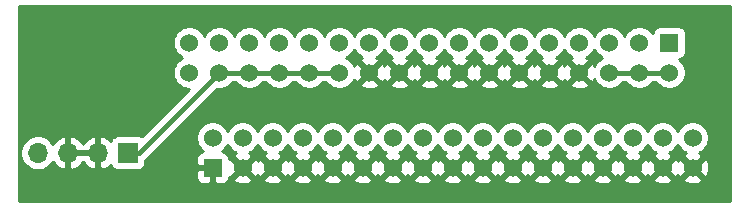
<source format=gbr>
G04 #@! TF.GenerationSoftware,KiCad,Pcbnew,(5.1.5-0-10_14)*
G04 #@! TF.CreationDate,2020-02-19T18:23:43+11:00*
G04 #@! TF.ProjectId,HX Internal Gotek Adpater,48582049-6e74-4657-926e-616c20476f74,rev?*
G04 #@! TF.SameCoordinates,Original*
G04 #@! TF.FileFunction,Copper,L2,Bot*
G04 #@! TF.FilePolarity,Positive*
%FSLAX46Y46*%
G04 Gerber Fmt 4.6, Leading zero omitted, Abs format (unit mm)*
G04 Created by KiCad (PCBNEW (5.1.5-0-10_14)) date 2020-02-19 18:23:43*
%MOMM*%
%LPD*%
G04 APERTURE LIST*
%ADD10C,1.524000*%
%ADD11R,1.524000X1.524000*%
%ADD12O,1.700000X1.700000*%
%ADD13R,1.700000X1.700000*%
%ADD14C,0.400000*%
%ADD15C,0.254000*%
G04 APERTURE END LIST*
D10*
X30289500Y-26606500D03*
X30289500Y-24066500D03*
X32829500Y-26606500D03*
X32829500Y-24066500D03*
X35369500Y-26606500D03*
X35369500Y-24066500D03*
X37909500Y-26606500D03*
X37909500Y-24066500D03*
X42989500Y-26606500D03*
X42989500Y-24066500D03*
X45529500Y-26606500D03*
X45529500Y-24066500D03*
D11*
X70929500Y-24066500D03*
D10*
X68389500Y-24066500D03*
X65849500Y-24066500D03*
X63309500Y-24066500D03*
X60769500Y-24066500D03*
X58229500Y-24066500D03*
X55689500Y-24066500D03*
X53149500Y-24066500D03*
X50609500Y-24066500D03*
X48069500Y-24066500D03*
X48069500Y-26606500D03*
X50609500Y-26606500D03*
X53149500Y-26606500D03*
X55689500Y-26606500D03*
X58229500Y-26606500D03*
X60769500Y-26606500D03*
X63309500Y-26606500D03*
X65849500Y-26606500D03*
X68389500Y-26606500D03*
X70929500Y-26606500D03*
X40449500Y-24066500D03*
X40449500Y-26606500D03*
X42418000Y-32131000D03*
X42418000Y-34671000D03*
X72898000Y-32131000D03*
X70358000Y-32131000D03*
X67818000Y-32131000D03*
X65278000Y-32131000D03*
X62738000Y-32131000D03*
X60198000Y-32131000D03*
X57658000Y-32131000D03*
X55118000Y-32131000D03*
X52578000Y-32131000D03*
X50038000Y-32131000D03*
X50038000Y-34671000D03*
X52578000Y-34671000D03*
X55118000Y-34671000D03*
X57658000Y-34671000D03*
X60198000Y-34671000D03*
X62738000Y-34671000D03*
X65278000Y-34671000D03*
X67818000Y-34671000D03*
X70358000Y-34671000D03*
X72898000Y-34671000D03*
X47498000Y-34671000D03*
X47498000Y-32131000D03*
X44958000Y-34671000D03*
X44958000Y-32131000D03*
X39878000Y-34671000D03*
X39878000Y-32131000D03*
X37338000Y-34671000D03*
X37338000Y-32131000D03*
X34798000Y-34671000D03*
X34798000Y-32131000D03*
D11*
X32258000Y-34671000D03*
D10*
X32258000Y-32131000D03*
D12*
X17462500Y-33401000D03*
X20002500Y-33401000D03*
X22542500Y-33401000D03*
D13*
X25082500Y-33401000D03*
D14*
X70929500Y-26606500D02*
X65849500Y-26606500D01*
X20002500Y-33401000D02*
X22542500Y-33401000D01*
X22542500Y-34603081D02*
X23308919Y-35369500D01*
X22542500Y-33401000D02*
X22542500Y-34603081D01*
X23308919Y-35369500D02*
X28956000Y-35369500D01*
X29654500Y-34671000D02*
X32258000Y-34671000D01*
X28956000Y-35369500D02*
X29654500Y-34671000D01*
X48660001Y-33508999D02*
X48259999Y-33909001D01*
X48259999Y-33909001D02*
X47498000Y-34671000D01*
X48069500Y-26606500D02*
X48660001Y-27197001D01*
X32829500Y-26606500D02*
X42989500Y-26606500D01*
X26035000Y-33401000D02*
X25082500Y-33401000D01*
X32829500Y-26606500D02*
X26035000Y-33401000D01*
D15*
G36*
X76048001Y-37440000D02*
G01*
X15900000Y-37440000D01*
X15900000Y-35433000D01*
X30857928Y-35433000D01*
X30870188Y-35557482D01*
X30906498Y-35677180D01*
X30965463Y-35787494D01*
X31044815Y-35884185D01*
X31141506Y-35963537D01*
X31251820Y-36022502D01*
X31371518Y-36058812D01*
X31496000Y-36071072D01*
X31972250Y-36068000D01*
X32131000Y-35909250D01*
X32131000Y-34798000D01*
X31019750Y-34798000D01*
X30861000Y-34956750D01*
X30857928Y-35433000D01*
X15900000Y-35433000D01*
X15900000Y-33254740D01*
X15977500Y-33254740D01*
X15977500Y-33547260D01*
X16034568Y-33834158D01*
X16146510Y-34104411D01*
X16309025Y-34347632D01*
X16515868Y-34554475D01*
X16759089Y-34716990D01*
X17029342Y-34828932D01*
X17316240Y-34886000D01*
X17608760Y-34886000D01*
X17895658Y-34828932D01*
X18165911Y-34716990D01*
X18409132Y-34554475D01*
X18615975Y-34347632D01*
X18737695Y-34165466D01*
X18807322Y-34282355D01*
X19002231Y-34498588D01*
X19235580Y-34672641D01*
X19498401Y-34797825D01*
X19645610Y-34842476D01*
X19875500Y-34721155D01*
X19875500Y-33528000D01*
X20129500Y-33528000D01*
X20129500Y-34721155D01*
X20359390Y-34842476D01*
X20506599Y-34797825D01*
X20769420Y-34672641D01*
X21002769Y-34498588D01*
X21197678Y-34282355D01*
X21272500Y-34156745D01*
X21347322Y-34282355D01*
X21542231Y-34498588D01*
X21775580Y-34672641D01*
X22038401Y-34797825D01*
X22185610Y-34842476D01*
X22415500Y-34721155D01*
X22415500Y-33528000D01*
X20129500Y-33528000D01*
X19875500Y-33528000D01*
X19855500Y-33528000D01*
X19855500Y-33274000D01*
X19875500Y-33274000D01*
X19875500Y-32080845D01*
X20129500Y-32080845D01*
X20129500Y-33274000D01*
X22415500Y-33274000D01*
X22415500Y-32080845D01*
X22669500Y-32080845D01*
X22669500Y-33274000D01*
X22689500Y-33274000D01*
X22689500Y-33528000D01*
X22669500Y-33528000D01*
X22669500Y-34721155D01*
X22899390Y-34842476D01*
X23046599Y-34797825D01*
X23309420Y-34672641D01*
X23542769Y-34498588D01*
X23618534Y-34414534D01*
X23642998Y-34495180D01*
X23701963Y-34605494D01*
X23781315Y-34702185D01*
X23878006Y-34781537D01*
X23988320Y-34840502D01*
X24108018Y-34876812D01*
X24232500Y-34889072D01*
X25932500Y-34889072D01*
X26056982Y-34876812D01*
X26176680Y-34840502D01*
X26286994Y-34781537D01*
X26383685Y-34702185D01*
X26463037Y-34605494D01*
X26522002Y-34495180D01*
X26558312Y-34375482D01*
X26570572Y-34251000D01*
X26570572Y-34041660D01*
X26628291Y-33994291D01*
X26654446Y-33962421D01*
X26707867Y-33909000D01*
X30857928Y-33909000D01*
X30861000Y-34385250D01*
X31019750Y-34544000D01*
X32131000Y-34544000D01*
X32131000Y-34524000D01*
X32385000Y-34524000D01*
X32385000Y-34544000D01*
X32405000Y-34544000D01*
X32405000Y-34798000D01*
X32385000Y-34798000D01*
X32385000Y-35909250D01*
X32543750Y-36068000D01*
X33020000Y-36071072D01*
X33144482Y-36058812D01*
X33264180Y-36022502D01*
X33374494Y-35963537D01*
X33471185Y-35884185D01*
X33550537Y-35787494D01*
X33609502Y-35677180D01*
X33621822Y-35636565D01*
X34012040Y-35636565D01*
X34079020Y-35876656D01*
X34328048Y-35993756D01*
X34595135Y-36060023D01*
X34870017Y-36072910D01*
X35142133Y-36031922D01*
X35401023Y-35938636D01*
X35516980Y-35876656D01*
X35583960Y-35636565D01*
X36552040Y-35636565D01*
X36619020Y-35876656D01*
X36868048Y-35993756D01*
X37135135Y-36060023D01*
X37410017Y-36072910D01*
X37682133Y-36031922D01*
X37941023Y-35938636D01*
X38056980Y-35876656D01*
X38123960Y-35636565D01*
X39092040Y-35636565D01*
X39159020Y-35876656D01*
X39408048Y-35993756D01*
X39675135Y-36060023D01*
X39950017Y-36072910D01*
X40222133Y-36031922D01*
X40481023Y-35938636D01*
X40596980Y-35876656D01*
X40663960Y-35636565D01*
X41632040Y-35636565D01*
X41699020Y-35876656D01*
X41948048Y-35993756D01*
X42215135Y-36060023D01*
X42490017Y-36072910D01*
X42762133Y-36031922D01*
X43021023Y-35938636D01*
X43136980Y-35876656D01*
X43203960Y-35636565D01*
X44172040Y-35636565D01*
X44239020Y-35876656D01*
X44488048Y-35993756D01*
X44755135Y-36060023D01*
X45030017Y-36072910D01*
X45302133Y-36031922D01*
X45561023Y-35938636D01*
X45676980Y-35876656D01*
X45743960Y-35636565D01*
X46712040Y-35636565D01*
X46779020Y-35876656D01*
X47028048Y-35993756D01*
X47295135Y-36060023D01*
X47570017Y-36072910D01*
X47842133Y-36031922D01*
X48101023Y-35938636D01*
X48216980Y-35876656D01*
X48283960Y-35636565D01*
X49252040Y-35636565D01*
X49319020Y-35876656D01*
X49568048Y-35993756D01*
X49835135Y-36060023D01*
X50110017Y-36072910D01*
X50382133Y-36031922D01*
X50641023Y-35938636D01*
X50756980Y-35876656D01*
X50823960Y-35636565D01*
X51792040Y-35636565D01*
X51859020Y-35876656D01*
X52108048Y-35993756D01*
X52375135Y-36060023D01*
X52650017Y-36072910D01*
X52922133Y-36031922D01*
X53181023Y-35938636D01*
X53296980Y-35876656D01*
X53363960Y-35636565D01*
X54332040Y-35636565D01*
X54399020Y-35876656D01*
X54648048Y-35993756D01*
X54915135Y-36060023D01*
X55190017Y-36072910D01*
X55462133Y-36031922D01*
X55721023Y-35938636D01*
X55836980Y-35876656D01*
X55903960Y-35636565D01*
X56872040Y-35636565D01*
X56939020Y-35876656D01*
X57188048Y-35993756D01*
X57455135Y-36060023D01*
X57730017Y-36072910D01*
X58002133Y-36031922D01*
X58261023Y-35938636D01*
X58376980Y-35876656D01*
X58443960Y-35636565D01*
X59412040Y-35636565D01*
X59479020Y-35876656D01*
X59728048Y-35993756D01*
X59995135Y-36060023D01*
X60270017Y-36072910D01*
X60542133Y-36031922D01*
X60801023Y-35938636D01*
X60916980Y-35876656D01*
X60983960Y-35636565D01*
X61952040Y-35636565D01*
X62019020Y-35876656D01*
X62268048Y-35993756D01*
X62535135Y-36060023D01*
X62810017Y-36072910D01*
X63082133Y-36031922D01*
X63341023Y-35938636D01*
X63456980Y-35876656D01*
X63523960Y-35636565D01*
X64492040Y-35636565D01*
X64559020Y-35876656D01*
X64808048Y-35993756D01*
X65075135Y-36060023D01*
X65350017Y-36072910D01*
X65622133Y-36031922D01*
X65881023Y-35938636D01*
X65996980Y-35876656D01*
X66063960Y-35636565D01*
X67032040Y-35636565D01*
X67099020Y-35876656D01*
X67348048Y-35993756D01*
X67615135Y-36060023D01*
X67890017Y-36072910D01*
X68162133Y-36031922D01*
X68421023Y-35938636D01*
X68536980Y-35876656D01*
X68603960Y-35636565D01*
X69572040Y-35636565D01*
X69639020Y-35876656D01*
X69888048Y-35993756D01*
X70155135Y-36060023D01*
X70430017Y-36072910D01*
X70702133Y-36031922D01*
X70961023Y-35938636D01*
X71076980Y-35876656D01*
X71143960Y-35636565D01*
X72112040Y-35636565D01*
X72179020Y-35876656D01*
X72428048Y-35993756D01*
X72695135Y-36060023D01*
X72970017Y-36072910D01*
X73242133Y-36031922D01*
X73501023Y-35938636D01*
X73616980Y-35876656D01*
X73683960Y-35636565D01*
X72898000Y-34850605D01*
X72112040Y-35636565D01*
X71143960Y-35636565D01*
X70358000Y-34850605D01*
X69572040Y-35636565D01*
X68603960Y-35636565D01*
X67818000Y-34850605D01*
X67032040Y-35636565D01*
X66063960Y-35636565D01*
X65278000Y-34850605D01*
X64492040Y-35636565D01*
X63523960Y-35636565D01*
X62738000Y-34850605D01*
X61952040Y-35636565D01*
X60983960Y-35636565D01*
X60198000Y-34850605D01*
X59412040Y-35636565D01*
X58443960Y-35636565D01*
X57658000Y-34850605D01*
X56872040Y-35636565D01*
X55903960Y-35636565D01*
X55118000Y-34850605D01*
X54332040Y-35636565D01*
X53363960Y-35636565D01*
X52578000Y-34850605D01*
X51792040Y-35636565D01*
X50823960Y-35636565D01*
X50038000Y-34850605D01*
X49252040Y-35636565D01*
X48283960Y-35636565D01*
X47498000Y-34850605D01*
X46712040Y-35636565D01*
X45743960Y-35636565D01*
X44958000Y-34850605D01*
X44172040Y-35636565D01*
X43203960Y-35636565D01*
X42418000Y-34850605D01*
X41632040Y-35636565D01*
X40663960Y-35636565D01*
X39878000Y-34850605D01*
X39092040Y-35636565D01*
X38123960Y-35636565D01*
X37338000Y-34850605D01*
X36552040Y-35636565D01*
X35583960Y-35636565D01*
X34798000Y-34850605D01*
X34012040Y-35636565D01*
X33621822Y-35636565D01*
X33645812Y-35557482D01*
X33658072Y-35433000D01*
X33657912Y-35408272D01*
X33832435Y-35456960D01*
X34618395Y-34671000D01*
X34977605Y-34671000D01*
X35763565Y-35456960D01*
X36003656Y-35389980D01*
X36065079Y-35259356D01*
X36070364Y-35274023D01*
X36132344Y-35389980D01*
X36372435Y-35456960D01*
X37158395Y-34671000D01*
X37517605Y-34671000D01*
X38303565Y-35456960D01*
X38543656Y-35389980D01*
X38605079Y-35259356D01*
X38610364Y-35274023D01*
X38672344Y-35389980D01*
X38912435Y-35456960D01*
X39698395Y-34671000D01*
X40057605Y-34671000D01*
X40843565Y-35456960D01*
X41083656Y-35389980D01*
X41145079Y-35259356D01*
X41150364Y-35274023D01*
X41212344Y-35389980D01*
X41452435Y-35456960D01*
X42238395Y-34671000D01*
X42597605Y-34671000D01*
X43383565Y-35456960D01*
X43623656Y-35389980D01*
X43685079Y-35259356D01*
X43690364Y-35274023D01*
X43752344Y-35389980D01*
X43992435Y-35456960D01*
X44778395Y-34671000D01*
X45137605Y-34671000D01*
X45923565Y-35456960D01*
X46163656Y-35389980D01*
X46225079Y-35259356D01*
X46230364Y-35274023D01*
X46292344Y-35389980D01*
X46532435Y-35456960D01*
X47318395Y-34671000D01*
X47677605Y-34671000D01*
X48463565Y-35456960D01*
X48703656Y-35389980D01*
X48765079Y-35259356D01*
X48770364Y-35274023D01*
X48832344Y-35389980D01*
X49072435Y-35456960D01*
X49858395Y-34671000D01*
X50217605Y-34671000D01*
X51003565Y-35456960D01*
X51243656Y-35389980D01*
X51305079Y-35259356D01*
X51310364Y-35274023D01*
X51372344Y-35389980D01*
X51612435Y-35456960D01*
X52398395Y-34671000D01*
X52757605Y-34671000D01*
X53543565Y-35456960D01*
X53783656Y-35389980D01*
X53845079Y-35259356D01*
X53850364Y-35274023D01*
X53912344Y-35389980D01*
X54152435Y-35456960D01*
X54938395Y-34671000D01*
X55297605Y-34671000D01*
X56083565Y-35456960D01*
X56323656Y-35389980D01*
X56385079Y-35259356D01*
X56390364Y-35274023D01*
X56452344Y-35389980D01*
X56692435Y-35456960D01*
X57478395Y-34671000D01*
X57837605Y-34671000D01*
X58623565Y-35456960D01*
X58863656Y-35389980D01*
X58925079Y-35259356D01*
X58930364Y-35274023D01*
X58992344Y-35389980D01*
X59232435Y-35456960D01*
X60018395Y-34671000D01*
X60377605Y-34671000D01*
X61163565Y-35456960D01*
X61403656Y-35389980D01*
X61465079Y-35259356D01*
X61470364Y-35274023D01*
X61532344Y-35389980D01*
X61772435Y-35456960D01*
X62558395Y-34671000D01*
X62917605Y-34671000D01*
X63703565Y-35456960D01*
X63943656Y-35389980D01*
X64005079Y-35259356D01*
X64010364Y-35274023D01*
X64072344Y-35389980D01*
X64312435Y-35456960D01*
X65098395Y-34671000D01*
X65457605Y-34671000D01*
X66243565Y-35456960D01*
X66483656Y-35389980D01*
X66545079Y-35259356D01*
X66550364Y-35274023D01*
X66612344Y-35389980D01*
X66852435Y-35456960D01*
X67638395Y-34671000D01*
X67997605Y-34671000D01*
X68783565Y-35456960D01*
X69023656Y-35389980D01*
X69085079Y-35259356D01*
X69090364Y-35274023D01*
X69152344Y-35389980D01*
X69392435Y-35456960D01*
X70178395Y-34671000D01*
X70537605Y-34671000D01*
X71323565Y-35456960D01*
X71563656Y-35389980D01*
X71625079Y-35259356D01*
X71630364Y-35274023D01*
X71692344Y-35389980D01*
X71932435Y-35456960D01*
X72718395Y-34671000D01*
X73077605Y-34671000D01*
X73863565Y-35456960D01*
X74103656Y-35389980D01*
X74220756Y-35140952D01*
X74287023Y-34873865D01*
X74299910Y-34598983D01*
X74258922Y-34326867D01*
X74165636Y-34067977D01*
X74103656Y-33952020D01*
X73863565Y-33885040D01*
X73077605Y-34671000D01*
X72718395Y-34671000D01*
X71932435Y-33885040D01*
X71692344Y-33952020D01*
X71630921Y-34082644D01*
X71625636Y-34067977D01*
X71563656Y-33952020D01*
X71323565Y-33885040D01*
X70537605Y-34671000D01*
X70178395Y-34671000D01*
X69392435Y-33885040D01*
X69152344Y-33952020D01*
X69090921Y-34082644D01*
X69085636Y-34067977D01*
X69023656Y-33952020D01*
X68783565Y-33885040D01*
X67997605Y-34671000D01*
X67638395Y-34671000D01*
X66852435Y-33885040D01*
X66612344Y-33952020D01*
X66550921Y-34082644D01*
X66545636Y-34067977D01*
X66483656Y-33952020D01*
X66243565Y-33885040D01*
X65457605Y-34671000D01*
X65098395Y-34671000D01*
X64312435Y-33885040D01*
X64072344Y-33952020D01*
X64010921Y-34082644D01*
X64005636Y-34067977D01*
X63943656Y-33952020D01*
X63703565Y-33885040D01*
X62917605Y-34671000D01*
X62558395Y-34671000D01*
X61772435Y-33885040D01*
X61532344Y-33952020D01*
X61470921Y-34082644D01*
X61465636Y-34067977D01*
X61403656Y-33952020D01*
X61163565Y-33885040D01*
X60377605Y-34671000D01*
X60018395Y-34671000D01*
X59232435Y-33885040D01*
X58992344Y-33952020D01*
X58930921Y-34082644D01*
X58925636Y-34067977D01*
X58863656Y-33952020D01*
X58623565Y-33885040D01*
X57837605Y-34671000D01*
X57478395Y-34671000D01*
X56692435Y-33885040D01*
X56452344Y-33952020D01*
X56390921Y-34082644D01*
X56385636Y-34067977D01*
X56323656Y-33952020D01*
X56083565Y-33885040D01*
X55297605Y-34671000D01*
X54938395Y-34671000D01*
X54152435Y-33885040D01*
X53912344Y-33952020D01*
X53850921Y-34082644D01*
X53845636Y-34067977D01*
X53783656Y-33952020D01*
X53543565Y-33885040D01*
X52757605Y-34671000D01*
X52398395Y-34671000D01*
X51612435Y-33885040D01*
X51372344Y-33952020D01*
X51310921Y-34082644D01*
X51305636Y-34067977D01*
X51243656Y-33952020D01*
X51003565Y-33885040D01*
X50217605Y-34671000D01*
X49858395Y-34671000D01*
X49072435Y-33885040D01*
X48832344Y-33952020D01*
X48770921Y-34082644D01*
X48765636Y-34067977D01*
X48703656Y-33952020D01*
X48463565Y-33885040D01*
X47677605Y-34671000D01*
X47318395Y-34671000D01*
X46532435Y-33885040D01*
X46292344Y-33952020D01*
X46230921Y-34082644D01*
X46225636Y-34067977D01*
X46163656Y-33952020D01*
X45923565Y-33885040D01*
X45137605Y-34671000D01*
X44778395Y-34671000D01*
X43992435Y-33885040D01*
X43752344Y-33952020D01*
X43690921Y-34082644D01*
X43685636Y-34067977D01*
X43623656Y-33952020D01*
X43383565Y-33885040D01*
X42597605Y-34671000D01*
X42238395Y-34671000D01*
X41452435Y-33885040D01*
X41212344Y-33952020D01*
X41150921Y-34082644D01*
X41145636Y-34067977D01*
X41083656Y-33952020D01*
X40843565Y-33885040D01*
X40057605Y-34671000D01*
X39698395Y-34671000D01*
X38912435Y-33885040D01*
X38672344Y-33952020D01*
X38610921Y-34082644D01*
X38605636Y-34067977D01*
X38543656Y-33952020D01*
X38303565Y-33885040D01*
X37517605Y-34671000D01*
X37158395Y-34671000D01*
X36372435Y-33885040D01*
X36132344Y-33952020D01*
X36070921Y-34082644D01*
X36065636Y-34067977D01*
X36003656Y-33952020D01*
X35763565Y-33885040D01*
X34977605Y-34671000D01*
X34618395Y-34671000D01*
X33832435Y-33885040D01*
X33657912Y-33933728D01*
X33658072Y-33909000D01*
X33645812Y-33784518D01*
X33609502Y-33664820D01*
X33550537Y-33554506D01*
X33471185Y-33457815D01*
X33374494Y-33378463D01*
X33264180Y-33319498D01*
X33144482Y-33283188D01*
X33060535Y-33274920D01*
X33148535Y-33216120D01*
X33343120Y-33021535D01*
X33496005Y-32792727D01*
X33528000Y-32715485D01*
X33559995Y-32792727D01*
X33712880Y-33021535D01*
X33907465Y-33216120D01*
X34136273Y-33369005D01*
X34207943Y-33398692D01*
X34194977Y-33403364D01*
X34079020Y-33465344D01*
X34012040Y-33705435D01*
X34798000Y-34491395D01*
X35583960Y-33705435D01*
X35516980Y-33465344D01*
X35381240Y-33401515D01*
X35459727Y-33369005D01*
X35688535Y-33216120D01*
X35883120Y-33021535D01*
X36036005Y-32792727D01*
X36068000Y-32715485D01*
X36099995Y-32792727D01*
X36252880Y-33021535D01*
X36447465Y-33216120D01*
X36676273Y-33369005D01*
X36747943Y-33398692D01*
X36734977Y-33403364D01*
X36619020Y-33465344D01*
X36552040Y-33705435D01*
X37338000Y-34491395D01*
X38123960Y-33705435D01*
X38056980Y-33465344D01*
X37921240Y-33401515D01*
X37999727Y-33369005D01*
X38228535Y-33216120D01*
X38423120Y-33021535D01*
X38576005Y-32792727D01*
X38608000Y-32715485D01*
X38639995Y-32792727D01*
X38792880Y-33021535D01*
X38987465Y-33216120D01*
X39216273Y-33369005D01*
X39287943Y-33398692D01*
X39274977Y-33403364D01*
X39159020Y-33465344D01*
X39092040Y-33705435D01*
X39878000Y-34491395D01*
X40663960Y-33705435D01*
X40596980Y-33465344D01*
X40461240Y-33401515D01*
X40539727Y-33369005D01*
X40768535Y-33216120D01*
X40963120Y-33021535D01*
X41116005Y-32792727D01*
X41148000Y-32715485D01*
X41179995Y-32792727D01*
X41332880Y-33021535D01*
X41527465Y-33216120D01*
X41756273Y-33369005D01*
X41827943Y-33398692D01*
X41814977Y-33403364D01*
X41699020Y-33465344D01*
X41632040Y-33705435D01*
X42418000Y-34491395D01*
X43203960Y-33705435D01*
X43136980Y-33465344D01*
X43001240Y-33401515D01*
X43079727Y-33369005D01*
X43308535Y-33216120D01*
X43503120Y-33021535D01*
X43656005Y-32792727D01*
X43688000Y-32715485D01*
X43719995Y-32792727D01*
X43872880Y-33021535D01*
X44067465Y-33216120D01*
X44296273Y-33369005D01*
X44367943Y-33398692D01*
X44354977Y-33403364D01*
X44239020Y-33465344D01*
X44172040Y-33705435D01*
X44958000Y-34491395D01*
X45743960Y-33705435D01*
X45676980Y-33465344D01*
X45541240Y-33401515D01*
X45619727Y-33369005D01*
X45848535Y-33216120D01*
X46043120Y-33021535D01*
X46196005Y-32792727D01*
X46228000Y-32715485D01*
X46259995Y-32792727D01*
X46412880Y-33021535D01*
X46607465Y-33216120D01*
X46836273Y-33369005D01*
X46907943Y-33398692D01*
X46894977Y-33403364D01*
X46779020Y-33465344D01*
X46712040Y-33705435D01*
X47498000Y-34491395D01*
X48283960Y-33705435D01*
X48216980Y-33465344D01*
X48081240Y-33401515D01*
X48159727Y-33369005D01*
X48388535Y-33216120D01*
X48583120Y-33021535D01*
X48736005Y-32792727D01*
X48768000Y-32715485D01*
X48799995Y-32792727D01*
X48952880Y-33021535D01*
X49147465Y-33216120D01*
X49376273Y-33369005D01*
X49447943Y-33398692D01*
X49434977Y-33403364D01*
X49319020Y-33465344D01*
X49252040Y-33705435D01*
X50038000Y-34491395D01*
X50823960Y-33705435D01*
X50756980Y-33465344D01*
X50621240Y-33401515D01*
X50699727Y-33369005D01*
X50928535Y-33216120D01*
X51123120Y-33021535D01*
X51276005Y-32792727D01*
X51308000Y-32715485D01*
X51339995Y-32792727D01*
X51492880Y-33021535D01*
X51687465Y-33216120D01*
X51916273Y-33369005D01*
X51987943Y-33398692D01*
X51974977Y-33403364D01*
X51859020Y-33465344D01*
X51792040Y-33705435D01*
X52578000Y-34491395D01*
X53363960Y-33705435D01*
X53296980Y-33465344D01*
X53161240Y-33401515D01*
X53239727Y-33369005D01*
X53468535Y-33216120D01*
X53663120Y-33021535D01*
X53816005Y-32792727D01*
X53848000Y-32715485D01*
X53879995Y-32792727D01*
X54032880Y-33021535D01*
X54227465Y-33216120D01*
X54456273Y-33369005D01*
X54527943Y-33398692D01*
X54514977Y-33403364D01*
X54399020Y-33465344D01*
X54332040Y-33705435D01*
X55118000Y-34491395D01*
X55903960Y-33705435D01*
X55836980Y-33465344D01*
X55701240Y-33401515D01*
X55779727Y-33369005D01*
X56008535Y-33216120D01*
X56203120Y-33021535D01*
X56356005Y-32792727D01*
X56388000Y-32715485D01*
X56419995Y-32792727D01*
X56572880Y-33021535D01*
X56767465Y-33216120D01*
X56996273Y-33369005D01*
X57067943Y-33398692D01*
X57054977Y-33403364D01*
X56939020Y-33465344D01*
X56872040Y-33705435D01*
X57658000Y-34491395D01*
X58443960Y-33705435D01*
X58376980Y-33465344D01*
X58241240Y-33401515D01*
X58319727Y-33369005D01*
X58548535Y-33216120D01*
X58743120Y-33021535D01*
X58896005Y-32792727D01*
X58928000Y-32715485D01*
X58959995Y-32792727D01*
X59112880Y-33021535D01*
X59307465Y-33216120D01*
X59536273Y-33369005D01*
X59607943Y-33398692D01*
X59594977Y-33403364D01*
X59479020Y-33465344D01*
X59412040Y-33705435D01*
X60198000Y-34491395D01*
X60983960Y-33705435D01*
X60916980Y-33465344D01*
X60781240Y-33401515D01*
X60859727Y-33369005D01*
X61088535Y-33216120D01*
X61283120Y-33021535D01*
X61436005Y-32792727D01*
X61468000Y-32715485D01*
X61499995Y-32792727D01*
X61652880Y-33021535D01*
X61847465Y-33216120D01*
X62076273Y-33369005D01*
X62147943Y-33398692D01*
X62134977Y-33403364D01*
X62019020Y-33465344D01*
X61952040Y-33705435D01*
X62738000Y-34491395D01*
X63523960Y-33705435D01*
X63456980Y-33465344D01*
X63321240Y-33401515D01*
X63399727Y-33369005D01*
X63628535Y-33216120D01*
X63823120Y-33021535D01*
X63976005Y-32792727D01*
X64008000Y-32715485D01*
X64039995Y-32792727D01*
X64192880Y-33021535D01*
X64387465Y-33216120D01*
X64616273Y-33369005D01*
X64687943Y-33398692D01*
X64674977Y-33403364D01*
X64559020Y-33465344D01*
X64492040Y-33705435D01*
X65278000Y-34491395D01*
X66063960Y-33705435D01*
X65996980Y-33465344D01*
X65861240Y-33401515D01*
X65939727Y-33369005D01*
X66168535Y-33216120D01*
X66363120Y-33021535D01*
X66516005Y-32792727D01*
X66548000Y-32715485D01*
X66579995Y-32792727D01*
X66732880Y-33021535D01*
X66927465Y-33216120D01*
X67156273Y-33369005D01*
X67227943Y-33398692D01*
X67214977Y-33403364D01*
X67099020Y-33465344D01*
X67032040Y-33705435D01*
X67818000Y-34491395D01*
X68603960Y-33705435D01*
X68536980Y-33465344D01*
X68401240Y-33401515D01*
X68479727Y-33369005D01*
X68708535Y-33216120D01*
X68903120Y-33021535D01*
X69056005Y-32792727D01*
X69088000Y-32715485D01*
X69119995Y-32792727D01*
X69272880Y-33021535D01*
X69467465Y-33216120D01*
X69696273Y-33369005D01*
X69767943Y-33398692D01*
X69754977Y-33403364D01*
X69639020Y-33465344D01*
X69572040Y-33705435D01*
X70358000Y-34491395D01*
X71143960Y-33705435D01*
X71076980Y-33465344D01*
X70941240Y-33401515D01*
X71019727Y-33369005D01*
X71248535Y-33216120D01*
X71443120Y-33021535D01*
X71596005Y-32792727D01*
X71628000Y-32715485D01*
X71659995Y-32792727D01*
X71812880Y-33021535D01*
X72007465Y-33216120D01*
X72236273Y-33369005D01*
X72307943Y-33398692D01*
X72294977Y-33403364D01*
X72179020Y-33465344D01*
X72112040Y-33705435D01*
X72898000Y-34491395D01*
X73683960Y-33705435D01*
X73616980Y-33465344D01*
X73481240Y-33401515D01*
X73559727Y-33369005D01*
X73788535Y-33216120D01*
X73983120Y-33021535D01*
X74136005Y-32792727D01*
X74241314Y-32538490D01*
X74295000Y-32268592D01*
X74295000Y-31993408D01*
X74241314Y-31723510D01*
X74136005Y-31469273D01*
X73983120Y-31240465D01*
X73788535Y-31045880D01*
X73559727Y-30892995D01*
X73305490Y-30787686D01*
X73035592Y-30734000D01*
X72760408Y-30734000D01*
X72490510Y-30787686D01*
X72236273Y-30892995D01*
X72007465Y-31045880D01*
X71812880Y-31240465D01*
X71659995Y-31469273D01*
X71628000Y-31546515D01*
X71596005Y-31469273D01*
X71443120Y-31240465D01*
X71248535Y-31045880D01*
X71019727Y-30892995D01*
X70765490Y-30787686D01*
X70495592Y-30734000D01*
X70220408Y-30734000D01*
X69950510Y-30787686D01*
X69696273Y-30892995D01*
X69467465Y-31045880D01*
X69272880Y-31240465D01*
X69119995Y-31469273D01*
X69088000Y-31546515D01*
X69056005Y-31469273D01*
X68903120Y-31240465D01*
X68708535Y-31045880D01*
X68479727Y-30892995D01*
X68225490Y-30787686D01*
X67955592Y-30734000D01*
X67680408Y-30734000D01*
X67410510Y-30787686D01*
X67156273Y-30892995D01*
X66927465Y-31045880D01*
X66732880Y-31240465D01*
X66579995Y-31469273D01*
X66548000Y-31546515D01*
X66516005Y-31469273D01*
X66363120Y-31240465D01*
X66168535Y-31045880D01*
X65939727Y-30892995D01*
X65685490Y-30787686D01*
X65415592Y-30734000D01*
X65140408Y-30734000D01*
X64870510Y-30787686D01*
X64616273Y-30892995D01*
X64387465Y-31045880D01*
X64192880Y-31240465D01*
X64039995Y-31469273D01*
X64008000Y-31546515D01*
X63976005Y-31469273D01*
X63823120Y-31240465D01*
X63628535Y-31045880D01*
X63399727Y-30892995D01*
X63145490Y-30787686D01*
X62875592Y-30734000D01*
X62600408Y-30734000D01*
X62330510Y-30787686D01*
X62076273Y-30892995D01*
X61847465Y-31045880D01*
X61652880Y-31240465D01*
X61499995Y-31469273D01*
X61468000Y-31546515D01*
X61436005Y-31469273D01*
X61283120Y-31240465D01*
X61088535Y-31045880D01*
X60859727Y-30892995D01*
X60605490Y-30787686D01*
X60335592Y-30734000D01*
X60060408Y-30734000D01*
X59790510Y-30787686D01*
X59536273Y-30892995D01*
X59307465Y-31045880D01*
X59112880Y-31240465D01*
X58959995Y-31469273D01*
X58928000Y-31546515D01*
X58896005Y-31469273D01*
X58743120Y-31240465D01*
X58548535Y-31045880D01*
X58319727Y-30892995D01*
X58065490Y-30787686D01*
X57795592Y-30734000D01*
X57520408Y-30734000D01*
X57250510Y-30787686D01*
X56996273Y-30892995D01*
X56767465Y-31045880D01*
X56572880Y-31240465D01*
X56419995Y-31469273D01*
X56388000Y-31546515D01*
X56356005Y-31469273D01*
X56203120Y-31240465D01*
X56008535Y-31045880D01*
X55779727Y-30892995D01*
X55525490Y-30787686D01*
X55255592Y-30734000D01*
X54980408Y-30734000D01*
X54710510Y-30787686D01*
X54456273Y-30892995D01*
X54227465Y-31045880D01*
X54032880Y-31240465D01*
X53879995Y-31469273D01*
X53848000Y-31546515D01*
X53816005Y-31469273D01*
X53663120Y-31240465D01*
X53468535Y-31045880D01*
X53239727Y-30892995D01*
X52985490Y-30787686D01*
X52715592Y-30734000D01*
X52440408Y-30734000D01*
X52170510Y-30787686D01*
X51916273Y-30892995D01*
X51687465Y-31045880D01*
X51492880Y-31240465D01*
X51339995Y-31469273D01*
X51308000Y-31546515D01*
X51276005Y-31469273D01*
X51123120Y-31240465D01*
X50928535Y-31045880D01*
X50699727Y-30892995D01*
X50445490Y-30787686D01*
X50175592Y-30734000D01*
X49900408Y-30734000D01*
X49630510Y-30787686D01*
X49376273Y-30892995D01*
X49147465Y-31045880D01*
X48952880Y-31240465D01*
X48799995Y-31469273D01*
X48768000Y-31546515D01*
X48736005Y-31469273D01*
X48583120Y-31240465D01*
X48388535Y-31045880D01*
X48159727Y-30892995D01*
X47905490Y-30787686D01*
X47635592Y-30734000D01*
X47360408Y-30734000D01*
X47090510Y-30787686D01*
X46836273Y-30892995D01*
X46607465Y-31045880D01*
X46412880Y-31240465D01*
X46259995Y-31469273D01*
X46228000Y-31546515D01*
X46196005Y-31469273D01*
X46043120Y-31240465D01*
X45848535Y-31045880D01*
X45619727Y-30892995D01*
X45365490Y-30787686D01*
X45095592Y-30734000D01*
X44820408Y-30734000D01*
X44550510Y-30787686D01*
X44296273Y-30892995D01*
X44067465Y-31045880D01*
X43872880Y-31240465D01*
X43719995Y-31469273D01*
X43688000Y-31546515D01*
X43656005Y-31469273D01*
X43503120Y-31240465D01*
X43308535Y-31045880D01*
X43079727Y-30892995D01*
X42825490Y-30787686D01*
X42555592Y-30734000D01*
X42280408Y-30734000D01*
X42010510Y-30787686D01*
X41756273Y-30892995D01*
X41527465Y-31045880D01*
X41332880Y-31240465D01*
X41179995Y-31469273D01*
X41148000Y-31546515D01*
X41116005Y-31469273D01*
X40963120Y-31240465D01*
X40768535Y-31045880D01*
X40539727Y-30892995D01*
X40285490Y-30787686D01*
X40015592Y-30734000D01*
X39740408Y-30734000D01*
X39470510Y-30787686D01*
X39216273Y-30892995D01*
X38987465Y-31045880D01*
X38792880Y-31240465D01*
X38639995Y-31469273D01*
X38608000Y-31546515D01*
X38576005Y-31469273D01*
X38423120Y-31240465D01*
X38228535Y-31045880D01*
X37999727Y-30892995D01*
X37745490Y-30787686D01*
X37475592Y-30734000D01*
X37200408Y-30734000D01*
X36930510Y-30787686D01*
X36676273Y-30892995D01*
X36447465Y-31045880D01*
X36252880Y-31240465D01*
X36099995Y-31469273D01*
X36068000Y-31546515D01*
X36036005Y-31469273D01*
X35883120Y-31240465D01*
X35688535Y-31045880D01*
X35459727Y-30892995D01*
X35205490Y-30787686D01*
X34935592Y-30734000D01*
X34660408Y-30734000D01*
X34390510Y-30787686D01*
X34136273Y-30892995D01*
X33907465Y-31045880D01*
X33712880Y-31240465D01*
X33559995Y-31469273D01*
X33528000Y-31546515D01*
X33496005Y-31469273D01*
X33343120Y-31240465D01*
X33148535Y-31045880D01*
X32919727Y-30892995D01*
X32665490Y-30787686D01*
X32395592Y-30734000D01*
X32120408Y-30734000D01*
X31850510Y-30787686D01*
X31596273Y-30892995D01*
X31367465Y-31045880D01*
X31172880Y-31240465D01*
X31019995Y-31469273D01*
X30914686Y-31723510D01*
X30861000Y-31993408D01*
X30861000Y-32268592D01*
X30914686Y-32538490D01*
X31019995Y-32792727D01*
X31172880Y-33021535D01*
X31367465Y-33216120D01*
X31455465Y-33274920D01*
X31371518Y-33283188D01*
X31251820Y-33319498D01*
X31141506Y-33378463D01*
X31044815Y-33457815D01*
X30965463Y-33554506D01*
X30906498Y-33664820D01*
X30870188Y-33784518D01*
X30857928Y-33909000D01*
X26707867Y-33909000D01*
X32626399Y-27990469D01*
X32691908Y-28003500D01*
X32967092Y-28003500D01*
X33236990Y-27949814D01*
X33491227Y-27844505D01*
X33720035Y-27691620D01*
X33914620Y-27497035D01*
X33951727Y-27441500D01*
X34247273Y-27441500D01*
X34284380Y-27497035D01*
X34478965Y-27691620D01*
X34707773Y-27844505D01*
X34962010Y-27949814D01*
X35231908Y-28003500D01*
X35507092Y-28003500D01*
X35776990Y-27949814D01*
X36031227Y-27844505D01*
X36260035Y-27691620D01*
X36454620Y-27497035D01*
X36491727Y-27441500D01*
X36787273Y-27441500D01*
X36824380Y-27497035D01*
X37018965Y-27691620D01*
X37247773Y-27844505D01*
X37502010Y-27949814D01*
X37771908Y-28003500D01*
X38047092Y-28003500D01*
X38316990Y-27949814D01*
X38571227Y-27844505D01*
X38800035Y-27691620D01*
X38994620Y-27497035D01*
X39031727Y-27441500D01*
X39327273Y-27441500D01*
X39364380Y-27497035D01*
X39558965Y-27691620D01*
X39787773Y-27844505D01*
X40042010Y-27949814D01*
X40311908Y-28003500D01*
X40587092Y-28003500D01*
X40856990Y-27949814D01*
X41111227Y-27844505D01*
X41340035Y-27691620D01*
X41534620Y-27497035D01*
X41571727Y-27441500D01*
X41867273Y-27441500D01*
X41904380Y-27497035D01*
X42098965Y-27691620D01*
X42327773Y-27844505D01*
X42582010Y-27949814D01*
X42851908Y-28003500D01*
X43127092Y-28003500D01*
X43396990Y-27949814D01*
X43651227Y-27844505D01*
X43880035Y-27691620D01*
X43999590Y-27572065D01*
X44743540Y-27572065D01*
X44810520Y-27812156D01*
X45059548Y-27929256D01*
X45326635Y-27995523D01*
X45601517Y-28008410D01*
X45873633Y-27967422D01*
X46132523Y-27874136D01*
X46248480Y-27812156D01*
X46315460Y-27572065D01*
X47283540Y-27572065D01*
X47350520Y-27812156D01*
X47599548Y-27929256D01*
X47866635Y-27995523D01*
X48141517Y-28008410D01*
X48413633Y-27967422D01*
X48672523Y-27874136D01*
X48788480Y-27812156D01*
X48855460Y-27572065D01*
X49823540Y-27572065D01*
X49890520Y-27812156D01*
X50139548Y-27929256D01*
X50406635Y-27995523D01*
X50681517Y-28008410D01*
X50953633Y-27967422D01*
X51212523Y-27874136D01*
X51328480Y-27812156D01*
X51395460Y-27572065D01*
X52363540Y-27572065D01*
X52430520Y-27812156D01*
X52679548Y-27929256D01*
X52946635Y-27995523D01*
X53221517Y-28008410D01*
X53493633Y-27967422D01*
X53752523Y-27874136D01*
X53868480Y-27812156D01*
X53935460Y-27572065D01*
X54903540Y-27572065D01*
X54970520Y-27812156D01*
X55219548Y-27929256D01*
X55486635Y-27995523D01*
X55761517Y-28008410D01*
X56033633Y-27967422D01*
X56292523Y-27874136D01*
X56408480Y-27812156D01*
X56475460Y-27572065D01*
X57443540Y-27572065D01*
X57510520Y-27812156D01*
X57759548Y-27929256D01*
X58026635Y-27995523D01*
X58301517Y-28008410D01*
X58573633Y-27967422D01*
X58832523Y-27874136D01*
X58948480Y-27812156D01*
X59015460Y-27572065D01*
X59983540Y-27572065D01*
X60050520Y-27812156D01*
X60299548Y-27929256D01*
X60566635Y-27995523D01*
X60841517Y-28008410D01*
X61113633Y-27967422D01*
X61372523Y-27874136D01*
X61488480Y-27812156D01*
X61555460Y-27572065D01*
X62523540Y-27572065D01*
X62590520Y-27812156D01*
X62839548Y-27929256D01*
X63106635Y-27995523D01*
X63381517Y-28008410D01*
X63653633Y-27967422D01*
X63912523Y-27874136D01*
X64028480Y-27812156D01*
X64095460Y-27572065D01*
X63309500Y-26786105D01*
X62523540Y-27572065D01*
X61555460Y-27572065D01*
X60769500Y-26786105D01*
X59983540Y-27572065D01*
X59015460Y-27572065D01*
X58229500Y-26786105D01*
X57443540Y-27572065D01*
X56475460Y-27572065D01*
X55689500Y-26786105D01*
X54903540Y-27572065D01*
X53935460Y-27572065D01*
X53149500Y-26786105D01*
X52363540Y-27572065D01*
X51395460Y-27572065D01*
X50609500Y-26786105D01*
X49823540Y-27572065D01*
X48855460Y-27572065D01*
X48069500Y-26786105D01*
X47283540Y-27572065D01*
X46315460Y-27572065D01*
X45529500Y-26786105D01*
X44743540Y-27572065D01*
X43999590Y-27572065D01*
X44074620Y-27497035D01*
X44227505Y-27268227D01*
X44257192Y-27196557D01*
X44261864Y-27209523D01*
X44323844Y-27325480D01*
X44563935Y-27392460D01*
X45349895Y-26606500D01*
X45709105Y-26606500D01*
X46495065Y-27392460D01*
X46735156Y-27325480D01*
X46796579Y-27194856D01*
X46801864Y-27209523D01*
X46863844Y-27325480D01*
X47103935Y-27392460D01*
X47889895Y-26606500D01*
X48249105Y-26606500D01*
X49035065Y-27392460D01*
X49275156Y-27325480D01*
X49336579Y-27194856D01*
X49341864Y-27209523D01*
X49403844Y-27325480D01*
X49643935Y-27392460D01*
X50429895Y-26606500D01*
X50789105Y-26606500D01*
X51575065Y-27392460D01*
X51815156Y-27325480D01*
X51876579Y-27194856D01*
X51881864Y-27209523D01*
X51943844Y-27325480D01*
X52183935Y-27392460D01*
X52969895Y-26606500D01*
X53329105Y-26606500D01*
X54115065Y-27392460D01*
X54355156Y-27325480D01*
X54416579Y-27194856D01*
X54421864Y-27209523D01*
X54483844Y-27325480D01*
X54723935Y-27392460D01*
X55509895Y-26606500D01*
X55869105Y-26606500D01*
X56655065Y-27392460D01*
X56895156Y-27325480D01*
X56956579Y-27194856D01*
X56961864Y-27209523D01*
X57023844Y-27325480D01*
X57263935Y-27392460D01*
X58049895Y-26606500D01*
X58409105Y-26606500D01*
X59195065Y-27392460D01*
X59435156Y-27325480D01*
X59496579Y-27194856D01*
X59501864Y-27209523D01*
X59563844Y-27325480D01*
X59803935Y-27392460D01*
X60589895Y-26606500D01*
X60949105Y-26606500D01*
X61735065Y-27392460D01*
X61975156Y-27325480D01*
X62036579Y-27194856D01*
X62041864Y-27209523D01*
X62103844Y-27325480D01*
X62343935Y-27392460D01*
X63129895Y-26606500D01*
X62343935Y-25820540D01*
X62103844Y-25887520D01*
X62042421Y-26018144D01*
X62037136Y-26003477D01*
X61975156Y-25887520D01*
X61735065Y-25820540D01*
X60949105Y-26606500D01*
X60589895Y-26606500D01*
X59803935Y-25820540D01*
X59563844Y-25887520D01*
X59502421Y-26018144D01*
X59497136Y-26003477D01*
X59435156Y-25887520D01*
X59195065Y-25820540D01*
X58409105Y-26606500D01*
X58049895Y-26606500D01*
X57263935Y-25820540D01*
X57023844Y-25887520D01*
X56962421Y-26018144D01*
X56957136Y-26003477D01*
X56895156Y-25887520D01*
X56655065Y-25820540D01*
X55869105Y-26606500D01*
X55509895Y-26606500D01*
X54723935Y-25820540D01*
X54483844Y-25887520D01*
X54422421Y-26018144D01*
X54417136Y-26003477D01*
X54355156Y-25887520D01*
X54115065Y-25820540D01*
X53329105Y-26606500D01*
X52969895Y-26606500D01*
X52183935Y-25820540D01*
X51943844Y-25887520D01*
X51882421Y-26018144D01*
X51877136Y-26003477D01*
X51815156Y-25887520D01*
X51575065Y-25820540D01*
X50789105Y-26606500D01*
X50429895Y-26606500D01*
X49643935Y-25820540D01*
X49403844Y-25887520D01*
X49342421Y-26018144D01*
X49337136Y-26003477D01*
X49275156Y-25887520D01*
X49035065Y-25820540D01*
X48249105Y-26606500D01*
X47889895Y-26606500D01*
X47103935Y-25820540D01*
X46863844Y-25887520D01*
X46802421Y-26018144D01*
X46797136Y-26003477D01*
X46735156Y-25887520D01*
X46495065Y-25820540D01*
X45709105Y-26606500D01*
X45349895Y-26606500D01*
X44563935Y-25820540D01*
X44323844Y-25887520D01*
X44260015Y-26023260D01*
X44227505Y-25944773D01*
X44074620Y-25715965D01*
X43880035Y-25521380D01*
X43651227Y-25368495D01*
X43573985Y-25336500D01*
X43651227Y-25304505D01*
X43880035Y-25151620D01*
X44074620Y-24957035D01*
X44227505Y-24728227D01*
X44259500Y-24650985D01*
X44291495Y-24728227D01*
X44444380Y-24957035D01*
X44638965Y-25151620D01*
X44867773Y-25304505D01*
X44939443Y-25334192D01*
X44926477Y-25338864D01*
X44810520Y-25400844D01*
X44743540Y-25640935D01*
X45529500Y-26426895D01*
X46315460Y-25640935D01*
X46248480Y-25400844D01*
X46112740Y-25337015D01*
X46191227Y-25304505D01*
X46420035Y-25151620D01*
X46614620Y-24957035D01*
X46767505Y-24728227D01*
X46799500Y-24650985D01*
X46831495Y-24728227D01*
X46984380Y-24957035D01*
X47178965Y-25151620D01*
X47407773Y-25304505D01*
X47479443Y-25334192D01*
X47466477Y-25338864D01*
X47350520Y-25400844D01*
X47283540Y-25640935D01*
X48069500Y-26426895D01*
X48855460Y-25640935D01*
X48788480Y-25400844D01*
X48652740Y-25337015D01*
X48731227Y-25304505D01*
X48960035Y-25151620D01*
X49154620Y-24957035D01*
X49307505Y-24728227D01*
X49339500Y-24650985D01*
X49371495Y-24728227D01*
X49524380Y-24957035D01*
X49718965Y-25151620D01*
X49947773Y-25304505D01*
X50019443Y-25334192D01*
X50006477Y-25338864D01*
X49890520Y-25400844D01*
X49823540Y-25640935D01*
X50609500Y-26426895D01*
X51395460Y-25640935D01*
X51328480Y-25400844D01*
X51192740Y-25337015D01*
X51271227Y-25304505D01*
X51500035Y-25151620D01*
X51694620Y-24957035D01*
X51847505Y-24728227D01*
X51879500Y-24650985D01*
X51911495Y-24728227D01*
X52064380Y-24957035D01*
X52258965Y-25151620D01*
X52487773Y-25304505D01*
X52559443Y-25334192D01*
X52546477Y-25338864D01*
X52430520Y-25400844D01*
X52363540Y-25640935D01*
X53149500Y-26426895D01*
X53935460Y-25640935D01*
X53868480Y-25400844D01*
X53732740Y-25337015D01*
X53811227Y-25304505D01*
X54040035Y-25151620D01*
X54234620Y-24957035D01*
X54387505Y-24728227D01*
X54419500Y-24650985D01*
X54451495Y-24728227D01*
X54604380Y-24957035D01*
X54798965Y-25151620D01*
X55027773Y-25304505D01*
X55099443Y-25334192D01*
X55086477Y-25338864D01*
X54970520Y-25400844D01*
X54903540Y-25640935D01*
X55689500Y-26426895D01*
X56475460Y-25640935D01*
X56408480Y-25400844D01*
X56272740Y-25337015D01*
X56351227Y-25304505D01*
X56580035Y-25151620D01*
X56774620Y-24957035D01*
X56927505Y-24728227D01*
X56959500Y-24650985D01*
X56991495Y-24728227D01*
X57144380Y-24957035D01*
X57338965Y-25151620D01*
X57567773Y-25304505D01*
X57639443Y-25334192D01*
X57626477Y-25338864D01*
X57510520Y-25400844D01*
X57443540Y-25640935D01*
X58229500Y-26426895D01*
X59015460Y-25640935D01*
X58948480Y-25400844D01*
X58812740Y-25337015D01*
X58891227Y-25304505D01*
X59120035Y-25151620D01*
X59314620Y-24957035D01*
X59467505Y-24728227D01*
X59499500Y-24650985D01*
X59531495Y-24728227D01*
X59684380Y-24957035D01*
X59878965Y-25151620D01*
X60107773Y-25304505D01*
X60179443Y-25334192D01*
X60166477Y-25338864D01*
X60050520Y-25400844D01*
X59983540Y-25640935D01*
X60769500Y-26426895D01*
X61555460Y-25640935D01*
X61488480Y-25400844D01*
X61352740Y-25337015D01*
X61431227Y-25304505D01*
X61660035Y-25151620D01*
X61854620Y-24957035D01*
X62007505Y-24728227D01*
X62039500Y-24650985D01*
X62071495Y-24728227D01*
X62224380Y-24957035D01*
X62418965Y-25151620D01*
X62647773Y-25304505D01*
X62719443Y-25334192D01*
X62706477Y-25338864D01*
X62590520Y-25400844D01*
X62523540Y-25640935D01*
X63309500Y-26426895D01*
X64095460Y-25640935D01*
X64028480Y-25400844D01*
X63892740Y-25337015D01*
X63971227Y-25304505D01*
X64200035Y-25151620D01*
X64394620Y-24957035D01*
X64547505Y-24728227D01*
X64579500Y-24650985D01*
X64611495Y-24728227D01*
X64764380Y-24957035D01*
X64958965Y-25151620D01*
X65187773Y-25304505D01*
X65265015Y-25336500D01*
X65187773Y-25368495D01*
X64958965Y-25521380D01*
X64764380Y-25715965D01*
X64611495Y-25944773D01*
X64581808Y-26016443D01*
X64577136Y-26003477D01*
X64515156Y-25887520D01*
X64275065Y-25820540D01*
X63489105Y-26606500D01*
X64275065Y-27392460D01*
X64515156Y-27325480D01*
X64578985Y-27189740D01*
X64611495Y-27268227D01*
X64764380Y-27497035D01*
X64958965Y-27691620D01*
X65187773Y-27844505D01*
X65442010Y-27949814D01*
X65711908Y-28003500D01*
X65987092Y-28003500D01*
X66256990Y-27949814D01*
X66511227Y-27844505D01*
X66740035Y-27691620D01*
X66934620Y-27497035D01*
X66971727Y-27441500D01*
X67267273Y-27441500D01*
X67304380Y-27497035D01*
X67498965Y-27691620D01*
X67727773Y-27844505D01*
X67982010Y-27949814D01*
X68251908Y-28003500D01*
X68527092Y-28003500D01*
X68796990Y-27949814D01*
X69051227Y-27844505D01*
X69280035Y-27691620D01*
X69474620Y-27497035D01*
X69511727Y-27441500D01*
X69807273Y-27441500D01*
X69844380Y-27497035D01*
X70038965Y-27691620D01*
X70267773Y-27844505D01*
X70522010Y-27949814D01*
X70791908Y-28003500D01*
X71067092Y-28003500D01*
X71336990Y-27949814D01*
X71591227Y-27844505D01*
X71820035Y-27691620D01*
X72014620Y-27497035D01*
X72167505Y-27268227D01*
X72272814Y-27013990D01*
X72326500Y-26744092D01*
X72326500Y-26468908D01*
X72272814Y-26199010D01*
X72167505Y-25944773D01*
X72014620Y-25715965D01*
X71820035Y-25521380D01*
X71732035Y-25462580D01*
X71815982Y-25454312D01*
X71935680Y-25418002D01*
X72045994Y-25359037D01*
X72142685Y-25279685D01*
X72222037Y-25182994D01*
X72281002Y-25072680D01*
X72317312Y-24952982D01*
X72329572Y-24828500D01*
X72329572Y-23304500D01*
X72317312Y-23180018D01*
X72281002Y-23060320D01*
X72222037Y-22950006D01*
X72142685Y-22853315D01*
X72045994Y-22773963D01*
X71935680Y-22714998D01*
X71815982Y-22678688D01*
X71691500Y-22666428D01*
X70167500Y-22666428D01*
X70043018Y-22678688D01*
X69923320Y-22714998D01*
X69813006Y-22773963D01*
X69716315Y-22853315D01*
X69636963Y-22950006D01*
X69577998Y-23060320D01*
X69541688Y-23180018D01*
X69533420Y-23263965D01*
X69474620Y-23175965D01*
X69280035Y-22981380D01*
X69051227Y-22828495D01*
X68796990Y-22723186D01*
X68527092Y-22669500D01*
X68251908Y-22669500D01*
X67982010Y-22723186D01*
X67727773Y-22828495D01*
X67498965Y-22981380D01*
X67304380Y-23175965D01*
X67151495Y-23404773D01*
X67119500Y-23482015D01*
X67087505Y-23404773D01*
X66934620Y-23175965D01*
X66740035Y-22981380D01*
X66511227Y-22828495D01*
X66256990Y-22723186D01*
X65987092Y-22669500D01*
X65711908Y-22669500D01*
X65442010Y-22723186D01*
X65187773Y-22828495D01*
X64958965Y-22981380D01*
X64764380Y-23175965D01*
X64611495Y-23404773D01*
X64579500Y-23482015D01*
X64547505Y-23404773D01*
X64394620Y-23175965D01*
X64200035Y-22981380D01*
X63971227Y-22828495D01*
X63716990Y-22723186D01*
X63447092Y-22669500D01*
X63171908Y-22669500D01*
X62902010Y-22723186D01*
X62647773Y-22828495D01*
X62418965Y-22981380D01*
X62224380Y-23175965D01*
X62071495Y-23404773D01*
X62039500Y-23482015D01*
X62007505Y-23404773D01*
X61854620Y-23175965D01*
X61660035Y-22981380D01*
X61431227Y-22828495D01*
X61176990Y-22723186D01*
X60907092Y-22669500D01*
X60631908Y-22669500D01*
X60362010Y-22723186D01*
X60107773Y-22828495D01*
X59878965Y-22981380D01*
X59684380Y-23175965D01*
X59531495Y-23404773D01*
X59499500Y-23482015D01*
X59467505Y-23404773D01*
X59314620Y-23175965D01*
X59120035Y-22981380D01*
X58891227Y-22828495D01*
X58636990Y-22723186D01*
X58367092Y-22669500D01*
X58091908Y-22669500D01*
X57822010Y-22723186D01*
X57567773Y-22828495D01*
X57338965Y-22981380D01*
X57144380Y-23175965D01*
X56991495Y-23404773D01*
X56959500Y-23482015D01*
X56927505Y-23404773D01*
X56774620Y-23175965D01*
X56580035Y-22981380D01*
X56351227Y-22828495D01*
X56096990Y-22723186D01*
X55827092Y-22669500D01*
X55551908Y-22669500D01*
X55282010Y-22723186D01*
X55027773Y-22828495D01*
X54798965Y-22981380D01*
X54604380Y-23175965D01*
X54451495Y-23404773D01*
X54419500Y-23482015D01*
X54387505Y-23404773D01*
X54234620Y-23175965D01*
X54040035Y-22981380D01*
X53811227Y-22828495D01*
X53556990Y-22723186D01*
X53287092Y-22669500D01*
X53011908Y-22669500D01*
X52742010Y-22723186D01*
X52487773Y-22828495D01*
X52258965Y-22981380D01*
X52064380Y-23175965D01*
X51911495Y-23404773D01*
X51879500Y-23482015D01*
X51847505Y-23404773D01*
X51694620Y-23175965D01*
X51500035Y-22981380D01*
X51271227Y-22828495D01*
X51016990Y-22723186D01*
X50747092Y-22669500D01*
X50471908Y-22669500D01*
X50202010Y-22723186D01*
X49947773Y-22828495D01*
X49718965Y-22981380D01*
X49524380Y-23175965D01*
X49371495Y-23404773D01*
X49339500Y-23482015D01*
X49307505Y-23404773D01*
X49154620Y-23175965D01*
X48960035Y-22981380D01*
X48731227Y-22828495D01*
X48476990Y-22723186D01*
X48207092Y-22669500D01*
X47931908Y-22669500D01*
X47662010Y-22723186D01*
X47407773Y-22828495D01*
X47178965Y-22981380D01*
X46984380Y-23175965D01*
X46831495Y-23404773D01*
X46799500Y-23482015D01*
X46767505Y-23404773D01*
X46614620Y-23175965D01*
X46420035Y-22981380D01*
X46191227Y-22828495D01*
X45936990Y-22723186D01*
X45667092Y-22669500D01*
X45391908Y-22669500D01*
X45122010Y-22723186D01*
X44867773Y-22828495D01*
X44638965Y-22981380D01*
X44444380Y-23175965D01*
X44291495Y-23404773D01*
X44259500Y-23482015D01*
X44227505Y-23404773D01*
X44074620Y-23175965D01*
X43880035Y-22981380D01*
X43651227Y-22828495D01*
X43396990Y-22723186D01*
X43127092Y-22669500D01*
X42851908Y-22669500D01*
X42582010Y-22723186D01*
X42327773Y-22828495D01*
X42098965Y-22981380D01*
X41904380Y-23175965D01*
X41751495Y-23404773D01*
X41719500Y-23482015D01*
X41687505Y-23404773D01*
X41534620Y-23175965D01*
X41340035Y-22981380D01*
X41111227Y-22828495D01*
X40856990Y-22723186D01*
X40587092Y-22669500D01*
X40311908Y-22669500D01*
X40042010Y-22723186D01*
X39787773Y-22828495D01*
X39558965Y-22981380D01*
X39364380Y-23175965D01*
X39211495Y-23404773D01*
X39179500Y-23482015D01*
X39147505Y-23404773D01*
X38994620Y-23175965D01*
X38800035Y-22981380D01*
X38571227Y-22828495D01*
X38316990Y-22723186D01*
X38047092Y-22669500D01*
X37771908Y-22669500D01*
X37502010Y-22723186D01*
X37247773Y-22828495D01*
X37018965Y-22981380D01*
X36824380Y-23175965D01*
X36671495Y-23404773D01*
X36639500Y-23482015D01*
X36607505Y-23404773D01*
X36454620Y-23175965D01*
X36260035Y-22981380D01*
X36031227Y-22828495D01*
X35776990Y-22723186D01*
X35507092Y-22669500D01*
X35231908Y-22669500D01*
X34962010Y-22723186D01*
X34707773Y-22828495D01*
X34478965Y-22981380D01*
X34284380Y-23175965D01*
X34131495Y-23404773D01*
X34099500Y-23482015D01*
X34067505Y-23404773D01*
X33914620Y-23175965D01*
X33720035Y-22981380D01*
X33491227Y-22828495D01*
X33236990Y-22723186D01*
X32967092Y-22669500D01*
X32691908Y-22669500D01*
X32422010Y-22723186D01*
X32167773Y-22828495D01*
X31938965Y-22981380D01*
X31744380Y-23175965D01*
X31591495Y-23404773D01*
X31559500Y-23482015D01*
X31527505Y-23404773D01*
X31374620Y-23175965D01*
X31180035Y-22981380D01*
X30951227Y-22828495D01*
X30696990Y-22723186D01*
X30427092Y-22669500D01*
X30151908Y-22669500D01*
X29882010Y-22723186D01*
X29627773Y-22828495D01*
X29398965Y-22981380D01*
X29204380Y-23175965D01*
X29051495Y-23404773D01*
X28946186Y-23659010D01*
X28892500Y-23928908D01*
X28892500Y-24204092D01*
X28946186Y-24473990D01*
X29051495Y-24728227D01*
X29204380Y-24957035D01*
X29398965Y-25151620D01*
X29627773Y-25304505D01*
X29705015Y-25336500D01*
X29627773Y-25368495D01*
X29398965Y-25521380D01*
X29204380Y-25715965D01*
X29051495Y-25944773D01*
X28946186Y-26199010D01*
X28892500Y-26468908D01*
X28892500Y-26744092D01*
X28946186Y-27013990D01*
X29051495Y-27268227D01*
X29204380Y-27497035D01*
X29398965Y-27691620D01*
X29627773Y-27844505D01*
X29882010Y-27949814D01*
X30151908Y-28003500D01*
X30251632Y-28003500D01*
X26252896Y-32002237D01*
X26176680Y-31961498D01*
X26056982Y-31925188D01*
X25932500Y-31912928D01*
X24232500Y-31912928D01*
X24108018Y-31925188D01*
X23988320Y-31961498D01*
X23878006Y-32020463D01*
X23781315Y-32099815D01*
X23701963Y-32196506D01*
X23642998Y-32306820D01*
X23618534Y-32387466D01*
X23542769Y-32303412D01*
X23309420Y-32129359D01*
X23046599Y-32004175D01*
X22899390Y-31959524D01*
X22669500Y-32080845D01*
X22415500Y-32080845D01*
X22185610Y-31959524D01*
X22038401Y-32004175D01*
X21775580Y-32129359D01*
X21542231Y-32303412D01*
X21347322Y-32519645D01*
X21272500Y-32645255D01*
X21197678Y-32519645D01*
X21002769Y-32303412D01*
X20769420Y-32129359D01*
X20506599Y-32004175D01*
X20359390Y-31959524D01*
X20129500Y-32080845D01*
X19875500Y-32080845D01*
X19645610Y-31959524D01*
X19498401Y-32004175D01*
X19235580Y-32129359D01*
X19002231Y-32303412D01*
X18807322Y-32519645D01*
X18737695Y-32636534D01*
X18615975Y-32454368D01*
X18409132Y-32247525D01*
X18165911Y-32085010D01*
X17895658Y-31973068D01*
X17608760Y-31916000D01*
X17316240Y-31916000D01*
X17029342Y-31973068D01*
X16759089Y-32085010D01*
X16515868Y-32247525D01*
X16309025Y-32454368D01*
X16146510Y-32697589D01*
X16034568Y-32967842D01*
X15977500Y-33254740D01*
X15900000Y-33254740D01*
X15900000Y-20980000D01*
X76048000Y-20980000D01*
X76048001Y-37440000D01*
G37*
X76048001Y-37440000D02*
X15900000Y-37440000D01*
X15900000Y-35433000D01*
X30857928Y-35433000D01*
X30870188Y-35557482D01*
X30906498Y-35677180D01*
X30965463Y-35787494D01*
X31044815Y-35884185D01*
X31141506Y-35963537D01*
X31251820Y-36022502D01*
X31371518Y-36058812D01*
X31496000Y-36071072D01*
X31972250Y-36068000D01*
X32131000Y-35909250D01*
X32131000Y-34798000D01*
X31019750Y-34798000D01*
X30861000Y-34956750D01*
X30857928Y-35433000D01*
X15900000Y-35433000D01*
X15900000Y-33254740D01*
X15977500Y-33254740D01*
X15977500Y-33547260D01*
X16034568Y-33834158D01*
X16146510Y-34104411D01*
X16309025Y-34347632D01*
X16515868Y-34554475D01*
X16759089Y-34716990D01*
X17029342Y-34828932D01*
X17316240Y-34886000D01*
X17608760Y-34886000D01*
X17895658Y-34828932D01*
X18165911Y-34716990D01*
X18409132Y-34554475D01*
X18615975Y-34347632D01*
X18737695Y-34165466D01*
X18807322Y-34282355D01*
X19002231Y-34498588D01*
X19235580Y-34672641D01*
X19498401Y-34797825D01*
X19645610Y-34842476D01*
X19875500Y-34721155D01*
X19875500Y-33528000D01*
X20129500Y-33528000D01*
X20129500Y-34721155D01*
X20359390Y-34842476D01*
X20506599Y-34797825D01*
X20769420Y-34672641D01*
X21002769Y-34498588D01*
X21197678Y-34282355D01*
X21272500Y-34156745D01*
X21347322Y-34282355D01*
X21542231Y-34498588D01*
X21775580Y-34672641D01*
X22038401Y-34797825D01*
X22185610Y-34842476D01*
X22415500Y-34721155D01*
X22415500Y-33528000D01*
X20129500Y-33528000D01*
X19875500Y-33528000D01*
X19855500Y-33528000D01*
X19855500Y-33274000D01*
X19875500Y-33274000D01*
X19875500Y-32080845D01*
X20129500Y-32080845D01*
X20129500Y-33274000D01*
X22415500Y-33274000D01*
X22415500Y-32080845D01*
X22669500Y-32080845D01*
X22669500Y-33274000D01*
X22689500Y-33274000D01*
X22689500Y-33528000D01*
X22669500Y-33528000D01*
X22669500Y-34721155D01*
X22899390Y-34842476D01*
X23046599Y-34797825D01*
X23309420Y-34672641D01*
X23542769Y-34498588D01*
X23618534Y-34414534D01*
X23642998Y-34495180D01*
X23701963Y-34605494D01*
X23781315Y-34702185D01*
X23878006Y-34781537D01*
X23988320Y-34840502D01*
X24108018Y-34876812D01*
X24232500Y-34889072D01*
X25932500Y-34889072D01*
X26056982Y-34876812D01*
X26176680Y-34840502D01*
X26286994Y-34781537D01*
X26383685Y-34702185D01*
X26463037Y-34605494D01*
X26522002Y-34495180D01*
X26558312Y-34375482D01*
X26570572Y-34251000D01*
X26570572Y-34041660D01*
X26628291Y-33994291D01*
X26654446Y-33962421D01*
X26707867Y-33909000D01*
X30857928Y-33909000D01*
X30861000Y-34385250D01*
X31019750Y-34544000D01*
X32131000Y-34544000D01*
X32131000Y-34524000D01*
X32385000Y-34524000D01*
X32385000Y-34544000D01*
X32405000Y-34544000D01*
X32405000Y-34798000D01*
X32385000Y-34798000D01*
X32385000Y-35909250D01*
X32543750Y-36068000D01*
X33020000Y-36071072D01*
X33144482Y-36058812D01*
X33264180Y-36022502D01*
X33374494Y-35963537D01*
X33471185Y-35884185D01*
X33550537Y-35787494D01*
X33609502Y-35677180D01*
X33621822Y-35636565D01*
X34012040Y-35636565D01*
X34079020Y-35876656D01*
X34328048Y-35993756D01*
X34595135Y-36060023D01*
X34870017Y-36072910D01*
X35142133Y-36031922D01*
X35401023Y-35938636D01*
X35516980Y-35876656D01*
X35583960Y-35636565D01*
X36552040Y-35636565D01*
X36619020Y-35876656D01*
X36868048Y-35993756D01*
X37135135Y-36060023D01*
X37410017Y-36072910D01*
X37682133Y-36031922D01*
X37941023Y-35938636D01*
X38056980Y-35876656D01*
X38123960Y-35636565D01*
X39092040Y-35636565D01*
X39159020Y-35876656D01*
X39408048Y-35993756D01*
X39675135Y-36060023D01*
X39950017Y-36072910D01*
X40222133Y-36031922D01*
X40481023Y-35938636D01*
X40596980Y-35876656D01*
X40663960Y-35636565D01*
X41632040Y-35636565D01*
X41699020Y-35876656D01*
X41948048Y-35993756D01*
X42215135Y-36060023D01*
X42490017Y-36072910D01*
X42762133Y-36031922D01*
X43021023Y-35938636D01*
X43136980Y-35876656D01*
X43203960Y-35636565D01*
X44172040Y-35636565D01*
X44239020Y-35876656D01*
X44488048Y-35993756D01*
X44755135Y-36060023D01*
X45030017Y-36072910D01*
X45302133Y-36031922D01*
X45561023Y-35938636D01*
X45676980Y-35876656D01*
X45743960Y-35636565D01*
X46712040Y-35636565D01*
X46779020Y-35876656D01*
X47028048Y-35993756D01*
X47295135Y-36060023D01*
X47570017Y-36072910D01*
X47842133Y-36031922D01*
X48101023Y-35938636D01*
X48216980Y-35876656D01*
X48283960Y-35636565D01*
X49252040Y-35636565D01*
X49319020Y-35876656D01*
X49568048Y-35993756D01*
X49835135Y-36060023D01*
X50110017Y-36072910D01*
X50382133Y-36031922D01*
X50641023Y-35938636D01*
X50756980Y-35876656D01*
X50823960Y-35636565D01*
X51792040Y-35636565D01*
X51859020Y-35876656D01*
X52108048Y-35993756D01*
X52375135Y-36060023D01*
X52650017Y-36072910D01*
X52922133Y-36031922D01*
X53181023Y-35938636D01*
X53296980Y-35876656D01*
X53363960Y-35636565D01*
X54332040Y-35636565D01*
X54399020Y-35876656D01*
X54648048Y-35993756D01*
X54915135Y-36060023D01*
X55190017Y-36072910D01*
X55462133Y-36031922D01*
X55721023Y-35938636D01*
X55836980Y-35876656D01*
X55903960Y-35636565D01*
X56872040Y-35636565D01*
X56939020Y-35876656D01*
X57188048Y-35993756D01*
X57455135Y-36060023D01*
X57730017Y-36072910D01*
X58002133Y-36031922D01*
X58261023Y-35938636D01*
X58376980Y-35876656D01*
X58443960Y-35636565D01*
X59412040Y-35636565D01*
X59479020Y-35876656D01*
X59728048Y-35993756D01*
X59995135Y-36060023D01*
X60270017Y-36072910D01*
X60542133Y-36031922D01*
X60801023Y-35938636D01*
X60916980Y-35876656D01*
X60983960Y-35636565D01*
X61952040Y-35636565D01*
X62019020Y-35876656D01*
X62268048Y-35993756D01*
X62535135Y-36060023D01*
X62810017Y-36072910D01*
X63082133Y-36031922D01*
X63341023Y-35938636D01*
X63456980Y-35876656D01*
X63523960Y-35636565D01*
X64492040Y-35636565D01*
X64559020Y-35876656D01*
X64808048Y-35993756D01*
X65075135Y-36060023D01*
X65350017Y-36072910D01*
X65622133Y-36031922D01*
X65881023Y-35938636D01*
X65996980Y-35876656D01*
X66063960Y-35636565D01*
X67032040Y-35636565D01*
X67099020Y-35876656D01*
X67348048Y-35993756D01*
X67615135Y-36060023D01*
X67890017Y-36072910D01*
X68162133Y-36031922D01*
X68421023Y-35938636D01*
X68536980Y-35876656D01*
X68603960Y-35636565D01*
X69572040Y-35636565D01*
X69639020Y-35876656D01*
X69888048Y-35993756D01*
X70155135Y-36060023D01*
X70430017Y-36072910D01*
X70702133Y-36031922D01*
X70961023Y-35938636D01*
X71076980Y-35876656D01*
X71143960Y-35636565D01*
X72112040Y-35636565D01*
X72179020Y-35876656D01*
X72428048Y-35993756D01*
X72695135Y-36060023D01*
X72970017Y-36072910D01*
X73242133Y-36031922D01*
X73501023Y-35938636D01*
X73616980Y-35876656D01*
X73683960Y-35636565D01*
X72898000Y-34850605D01*
X72112040Y-35636565D01*
X71143960Y-35636565D01*
X70358000Y-34850605D01*
X69572040Y-35636565D01*
X68603960Y-35636565D01*
X67818000Y-34850605D01*
X67032040Y-35636565D01*
X66063960Y-35636565D01*
X65278000Y-34850605D01*
X64492040Y-35636565D01*
X63523960Y-35636565D01*
X62738000Y-34850605D01*
X61952040Y-35636565D01*
X60983960Y-35636565D01*
X60198000Y-34850605D01*
X59412040Y-35636565D01*
X58443960Y-35636565D01*
X57658000Y-34850605D01*
X56872040Y-35636565D01*
X55903960Y-35636565D01*
X55118000Y-34850605D01*
X54332040Y-35636565D01*
X53363960Y-35636565D01*
X52578000Y-34850605D01*
X51792040Y-35636565D01*
X50823960Y-35636565D01*
X50038000Y-34850605D01*
X49252040Y-35636565D01*
X48283960Y-35636565D01*
X47498000Y-34850605D01*
X46712040Y-35636565D01*
X45743960Y-35636565D01*
X44958000Y-34850605D01*
X44172040Y-35636565D01*
X43203960Y-35636565D01*
X42418000Y-34850605D01*
X41632040Y-35636565D01*
X40663960Y-35636565D01*
X39878000Y-34850605D01*
X39092040Y-35636565D01*
X38123960Y-35636565D01*
X37338000Y-34850605D01*
X36552040Y-35636565D01*
X35583960Y-35636565D01*
X34798000Y-34850605D01*
X34012040Y-35636565D01*
X33621822Y-35636565D01*
X33645812Y-35557482D01*
X33658072Y-35433000D01*
X33657912Y-35408272D01*
X33832435Y-35456960D01*
X34618395Y-34671000D01*
X34977605Y-34671000D01*
X35763565Y-35456960D01*
X36003656Y-35389980D01*
X36065079Y-35259356D01*
X36070364Y-35274023D01*
X36132344Y-35389980D01*
X36372435Y-35456960D01*
X37158395Y-34671000D01*
X37517605Y-34671000D01*
X38303565Y-35456960D01*
X38543656Y-35389980D01*
X38605079Y-35259356D01*
X38610364Y-35274023D01*
X38672344Y-35389980D01*
X38912435Y-35456960D01*
X39698395Y-34671000D01*
X40057605Y-34671000D01*
X40843565Y-35456960D01*
X41083656Y-35389980D01*
X41145079Y-35259356D01*
X41150364Y-35274023D01*
X41212344Y-35389980D01*
X41452435Y-35456960D01*
X42238395Y-34671000D01*
X42597605Y-34671000D01*
X43383565Y-35456960D01*
X43623656Y-35389980D01*
X43685079Y-35259356D01*
X43690364Y-35274023D01*
X43752344Y-35389980D01*
X43992435Y-35456960D01*
X44778395Y-34671000D01*
X45137605Y-34671000D01*
X45923565Y-35456960D01*
X46163656Y-35389980D01*
X46225079Y-35259356D01*
X46230364Y-35274023D01*
X46292344Y-35389980D01*
X46532435Y-35456960D01*
X47318395Y-34671000D01*
X47677605Y-34671000D01*
X48463565Y-35456960D01*
X48703656Y-35389980D01*
X48765079Y-35259356D01*
X48770364Y-35274023D01*
X48832344Y-35389980D01*
X49072435Y-35456960D01*
X49858395Y-34671000D01*
X50217605Y-34671000D01*
X51003565Y-35456960D01*
X51243656Y-35389980D01*
X51305079Y-35259356D01*
X51310364Y-35274023D01*
X51372344Y-35389980D01*
X51612435Y-35456960D01*
X52398395Y-34671000D01*
X52757605Y-34671000D01*
X53543565Y-35456960D01*
X53783656Y-35389980D01*
X53845079Y-35259356D01*
X53850364Y-35274023D01*
X53912344Y-35389980D01*
X54152435Y-35456960D01*
X54938395Y-34671000D01*
X55297605Y-34671000D01*
X56083565Y-35456960D01*
X56323656Y-35389980D01*
X56385079Y-35259356D01*
X56390364Y-35274023D01*
X56452344Y-35389980D01*
X56692435Y-35456960D01*
X57478395Y-34671000D01*
X57837605Y-34671000D01*
X58623565Y-35456960D01*
X58863656Y-35389980D01*
X58925079Y-35259356D01*
X58930364Y-35274023D01*
X58992344Y-35389980D01*
X59232435Y-35456960D01*
X60018395Y-34671000D01*
X60377605Y-34671000D01*
X61163565Y-35456960D01*
X61403656Y-35389980D01*
X61465079Y-35259356D01*
X61470364Y-35274023D01*
X61532344Y-35389980D01*
X61772435Y-35456960D01*
X62558395Y-34671000D01*
X62917605Y-34671000D01*
X63703565Y-35456960D01*
X63943656Y-35389980D01*
X64005079Y-35259356D01*
X64010364Y-35274023D01*
X64072344Y-35389980D01*
X64312435Y-35456960D01*
X65098395Y-34671000D01*
X65457605Y-34671000D01*
X66243565Y-35456960D01*
X66483656Y-35389980D01*
X66545079Y-35259356D01*
X66550364Y-35274023D01*
X66612344Y-35389980D01*
X66852435Y-35456960D01*
X67638395Y-34671000D01*
X67997605Y-34671000D01*
X68783565Y-35456960D01*
X69023656Y-35389980D01*
X69085079Y-35259356D01*
X69090364Y-35274023D01*
X69152344Y-35389980D01*
X69392435Y-35456960D01*
X70178395Y-34671000D01*
X70537605Y-34671000D01*
X71323565Y-35456960D01*
X71563656Y-35389980D01*
X71625079Y-35259356D01*
X71630364Y-35274023D01*
X71692344Y-35389980D01*
X71932435Y-35456960D01*
X72718395Y-34671000D01*
X73077605Y-34671000D01*
X73863565Y-35456960D01*
X74103656Y-35389980D01*
X74220756Y-35140952D01*
X74287023Y-34873865D01*
X74299910Y-34598983D01*
X74258922Y-34326867D01*
X74165636Y-34067977D01*
X74103656Y-33952020D01*
X73863565Y-33885040D01*
X73077605Y-34671000D01*
X72718395Y-34671000D01*
X71932435Y-33885040D01*
X71692344Y-33952020D01*
X71630921Y-34082644D01*
X71625636Y-34067977D01*
X71563656Y-33952020D01*
X71323565Y-33885040D01*
X70537605Y-34671000D01*
X70178395Y-34671000D01*
X69392435Y-33885040D01*
X69152344Y-33952020D01*
X69090921Y-34082644D01*
X69085636Y-34067977D01*
X69023656Y-33952020D01*
X68783565Y-33885040D01*
X67997605Y-34671000D01*
X67638395Y-34671000D01*
X66852435Y-33885040D01*
X66612344Y-33952020D01*
X66550921Y-34082644D01*
X66545636Y-34067977D01*
X66483656Y-33952020D01*
X66243565Y-33885040D01*
X65457605Y-34671000D01*
X65098395Y-34671000D01*
X64312435Y-33885040D01*
X64072344Y-33952020D01*
X64010921Y-34082644D01*
X64005636Y-34067977D01*
X63943656Y-33952020D01*
X63703565Y-33885040D01*
X62917605Y-34671000D01*
X62558395Y-34671000D01*
X61772435Y-33885040D01*
X61532344Y-33952020D01*
X61470921Y-34082644D01*
X61465636Y-34067977D01*
X61403656Y-33952020D01*
X61163565Y-33885040D01*
X60377605Y-34671000D01*
X60018395Y-34671000D01*
X59232435Y-33885040D01*
X58992344Y-33952020D01*
X58930921Y-34082644D01*
X58925636Y-34067977D01*
X58863656Y-33952020D01*
X58623565Y-33885040D01*
X57837605Y-34671000D01*
X57478395Y-34671000D01*
X56692435Y-33885040D01*
X56452344Y-33952020D01*
X56390921Y-34082644D01*
X56385636Y-34067977D01*
X56323656Y-33952020D01*
X56083565Y-33885040D01*
X55297605Y-34671000D01*
X54938395Y-34671000D01*
X54152435Y-33885040D01*
X53912344Y-33952020D01*
X53850921Y-34082644D01*
X53845636Y-34067977D01*
X53783656Y-33952020D01*
X53543565Y-33885040D01*
X52757605Y-34671000D01*
X52398395Y-34671000D01*
X51612435Y-33885040D01*
X51372344Y-33952020D01*
X51310921Y-34082644D01*
X51305636Y-34067977D01*
X51243656Y-33952020D01*
X51003565Y-33885040D01*
X50217605Y-34671000D01*
X49858395Y-34671000D01*
X49072435Y-33885040D01*
X48832344Y-33952020D01*
X48770921Y-34082644D01*
X48765636Y-34067977D01*
X48703656Y-33952020D01*
X48463565Y-33885040D01*
X47677605Y-34671000D01*
X47318395Y-34671000D01*
X46532435Y-33885040D01*
X46292344Y-33952020D01*
X46230921Y-34082644D01*
X46225636Y-34067977D01*
X46163656Y-33952020D01*
X45923565Y-33885040D01*
X45137605Y-34671000D01*
X44778395Y-34671000D01*
X43992435Y-33885040D01*
X43752344Y-33952020D01*
X43690921Y-34082644D01*
X43685636Y-34067977D01*
X43623656Y-33952020D01*
X43383565Y-33885040D01*
X42597605Y-34671000D01*
X42238395Y-34671000D01*
X41452435Y-33885040D01*
X41212344Y-33952020D01*
X41150921Y-34082644D01*
X41145636Y-34067977D01*
X41083656Y-33952020D01*
X40843565Y-33885040D01*
X40057605Y-34671000D01*
X39698395Y-34671000D01*
X38912435Y-33885040D01*
X38672344Y-33952020D01*
X38610921Y-34082644D01*
X38605636Y-34067977D01*
X38543656Y-33952020D01*
X38303565Y-33885040D01*
X37517605Y-34671000D01*
X37158395Y-34671000D01*
X36372435Y-33885040D01*
X36132344Y-33952020D01*
X36070921Y-34082644D01*
X36065636Y-34067977D01*
X36003656Y-33952020D01*
X35763565Y-33885040D01*
X34977605Y-34671000D01*
X34618395Y-34671000D01*
X33832435Y-33885040D01*
X33657912Y-33933728D01*
X33658072Y-33909000D01*
X33645812Y-33784518D01*
X33609502Y-33664820D01*
X33550537Y-33554506D01*
X33471185Y-33457815D01*
X33374494Y-33378463D01*
X33264180Y-33319498D01*
X33144482Y-33283188D01*
X33060535Y-33274920D01*
X33148535Y-33216120D01*
X33343120Y-33021535D01*
X33496005Y-32792727D01*
X33528000Y-32715485D01*
X33559995Y-32792727D01*
X33712880Y-33021535D01*
X33907465Y-33216120D01*
X34136273Y-33369005D01*
X34207943Y-33398692D01*
X34194977Y-33403364D01*
X34079020Y-33465344D01*
X34012040Y-33705435D01*
X34798000Y-34491395D01*
X35583960Y-33705435D01*
X35516980Y-33465344D01*
X35381240Y-33401515D01*
X35459727Y-33369005D01*
X35688535Y-33216120D01*
X35883120Y-33021535D01*
X36036005Y-32792727D01*
X36068000Y-32715485D01*
X36099995Y-32792727D01*
X36252880Y-33021535D01*
X36447465Y-33216120D01*
X36676273Y-33369005D01*
X36747943Y-33398692D01*
X36734977Y-33403364D01*
X36619020Y-33465344D01*
X36552040Y-33705435D01*
X37338000Y-34491395D01*
X38123960Y-33705435D01*
X38056980Y-33465344D01*
X37921240Y-33401515D01*
X37999727Y-33369005D01*
X38228535Y-33216120D01*
X38423120Y-33021535D01*
X38576005Y-32792727D01*
X38608000Y-32715485D01*
X38639995Y-32792727D01*
X38792880Y-33021535D01*
X38987465Y-33216120D01*
X39216273Y-33369005D01*
X39287943Y-33398692D01*
X39274977Y-33403364D01*
X39159020Y-33465344D01*
X39092040Y-33705435D01*
X39878000Y-34491395D01*
X40663960Y-33705435D01*
X40596980Y-33465344D01*
X40461240Y-33401515D01*
X40539727Y-33369005D01*
X40768535Y-33216120D01*
X40963120Y-33021535D01*
X41116005Y-32792727D01*
X41148000Y-32715485D01*
X41179995Y-32792727D01*
X41332880Y-33021535D01*
X41527465Y-33216120D01*
X41756273Y-33369005D01*
X41827943Y-33398692D01*
X41814977Y-33403364D01*
X41699020Y-33465344D01*
X41632040Y-33705435D01*
X42418000Y-34491395D01*
X43203960Y-33705435D01*
X43136980Y-33465344D01*
X43001240Y-33401515D01*
X43079727Y-33369005D01*
X43308535Y-33216120D01*
X43503120Y-33021535D01*
X43656005Y-32792727D01*
X43688000Y-32715485D01*
X43719995Y-32792727D01*
X43872880Y-33021535D01*
X44067465Y-33216120D01*
X44296273Y-33369005D01*
X44367943Y-33398692D01*
X44354977Y-33403364D01*
X44239020Y-33465344D01*
X44172040Y-33705435D01*
X44958000Y-34491395D01*
X45743960Y-33705435D01*
X45676980Y-33465344D01*
X45541240Y-33401515D01*
X45619727Y-33369005D01*
X45848535Y-33216120D01*
X46043120Y-33021535D01*
X46196005Y-32792727D01*
X46228000Y-32715485D01*
X46259995Y-32792727D01*
X46412880Y-33021535D01*
X46607465Y-33216120D01*
X46836273Y-33369005D01*
X46907943Y-33398692D01*
X46894977Y-33403364D01*
X46779020Y-33465344D01*
X46712040Y-33705435D01*
X47498000Y-34491395D01*
X48283960Y-33705435D01*
X48216980Y-33465344D01*
X48081240Y-33401515D01*
X48159727Y-33369005D01*
X48388535Y-33216120D01*
X48583120Y-33021535D01*
X48736005Y-32792727D01*
X48768000Y-32715485D01*
X48799995Y-32792727D01*
X48952880Y-33021535D01*
X49147465Y-33216120D01*
X49376273Y-33369005D01*
X49447943Y-33398692D01*
X49434977Y-33403364D01*
X49319020Y-33465344D01*
X49252040Y-33705435D01*
X50038000Y-34491395D01*
X50823960Y-33705435D01*
X50756980Y-33465344D01*
X50621240Y-33401515D01*
X50699727Y-33369005D01*
X50928535Y-33216120D01*
X51123120Y-33021535D01*
X51276005Y-32792727D01*
X51308000Y-32715485D01*
X51339995Y-32792727D01*
X51492880Y-33021535D01*
X51687465Y-33216120D01*
X51916273Y-33369005D01*
X51987943Y-33398692D01*
X51974977Y-33403364D01*
X51859020Y-33465344D01*
X51792040Y-33705435D01*
X52578000Y-34491395D01*
X53363960Y-33705435D01*
X53296980Y-33465344D01*
X53161240Y-33401515D01*
X53239727Y-33369005D01*
X53468535Y-33216120D01*
X53663120Y-33021535D01*
X53816005Y-32792727D01*
X53848000Y-32715485D01*
X53879995Y-32792727D01*
X54032880Y-33021535D01*
X54227465Y-33216120D01*
X54456273Y-33369005D01*
X54527943Y-33398692D01*
X54514977Y-33403364D01*
X54399020Y-33465344D01*
X54332040Y-33705435D01*
X55118000Y-34491395D01*
X55903960Y-33705435D01*
X55836980Y-33465344D01*
X55701240Y-33401515D01*
X55779727Y-33369005D01*
X56008535Y-33216120D01*
X56203120Y-33021535D01*
X56356005Y-32792727D01*
X56388000Y-32715485D01*
X56419995Y-32792727D01*
X56572880Y-33021535D01*
X56767465Y-33216120D01*
X56996273Y-33369005D01*
X57067943Y-33398692D01*
X57054977Y-33403364D01*
X56939020Y-33465344D01*
X56872040Y-33705435D01*
X57658000Y-34491395D01*
X58443960Y-33705435D01*
X58376980Y-33465344D01*
X58241240Y-33401515D01*
X58319727Y-33369005D01*
X58548535Y-33216120D01*
X58743120Y-33021535D01*
X58896005Y-32792727D01*
X58928000Y-32715485D01*
X58959995Y-32792727D01*
X59112880Y-33021535D01*
X59307465Y-33216120D01*
X59536273Y-33369005D01*
X59607943Y-33398692D01*
X59594977Y-33403364D01*
X59479020Y-33465344D01*
X59412040Y-33705435D01*
X60198000Y-34491395D01*
X60983960Y-33705435D01*
X60916980Y-33465344D01*
X60781240Y-33401515D01*
X60859727Y-33369005D01*
X61088535Y-33216120D01*
X61283120Y-33021535D01*
X61436005Y-32792727D01*
X61468000Y-32715485D01*
X61499995Y-32792727D01*
X61652880Y-33021535D01*
X61847465Y-33216120D01*
X62076273Y-33369005D01*
X62147943Y-33398692D01*
X62134977Y-33403364D01*
X62019020Y-33465344D01*
X61952040Y-33705435D01*
X62738000Y-34491395D01*
X63523960Y-33705435D01*
X63456980Y-33465344D01*
X63321240Y-33401515D01*
X63399727Y-33369005D01*
X63628535Y-33216120D01*
X63823120Y-33021535D01*
X63976005Y-32792727D01*
X64008000Y-32715485D01*
X64039995Y-32792727D01*
X64192880Y-33021535D01*
X64387465Y-33216120D01*
X64616273Y-33369005D01*
X64687943Y-33398692D01*
X64674977Y-33403364D01*
X64559020Y-33465344D01*
X64492040Y-33705435D01*
X65278000Y-34491395D01*
X66063960Y-33705435D01*
X65996980Y-33465344D01*
X65861240Y-33401515D01*
X65939727Y-33369005D01*
X66168535Y-33216120D01*
X66363120Y-33021535D01*
X66516005Y-32792727D01*
X66548000Y-32715485D01*
X66579995Y-32792727D01*
X66732880Y-33021535D01*
X66927465Y-33216120D01*
X67156273Y-33369005D01*
X67227943Y-33398692D01*
X67214977Y-33403364D01*
X67099020Y-33465344D01*
X67032040Y-33705435D01*
X67818000Y-34491395D01*
X68603960Y-33705435D01*
X68536980Y-33465344D01*
X68401240Y-33401515D01*
X68479727Y-33369005D01*
X68708535Y-33216120D01*
X68903120Y-33021535D01*
X69056005Y-32792727D01*
X69088000Y-32715485D01*
X69119995Y-32792727D01*
X69272880Y-33021535D01*
X69467465Y-33216120D01*
X69696273Y-33369005D01*
X69767943Y-33398692D01*
X69754977Y-33403364D01*
X69639020Y-33465344D01*
X69572040Y-33705435D01*
X70358000Y-34491395D01*
X71143960Y-33705435D01*
X71076980Y-33465344D01*
X70941240Y-33401515D01*
X71019727Y-33369005D01*
X71248535Y-33216120D01*
X71443120Y-33021535D01*
X71596005Y-32792727D01*
X71628000Y-32715485D01*
X71659995Y-32792727D01*
X71812880Y-33021535D01*
X72007465Y-33216120D01*
X72236273Y-33369005D01*
X72307943Y-33398692D01*
X72294977Y-33403364D01*
X72179020Y-33465344D01*
X72112040Y-33705435D01*
X72898000Y-34491395D01*
X73683960Y-33705435D01*
X73616980Y-33465344D01*
X73481240Y-33401515D01*
X73559727Y-33369005D01*
X73788535Y-33216120D01*
X73983120Y-33021535D01*
X74136005Y-32792727D01*
X74241314Y-32538490D01*
X74295000Y-32268592D01*
X74295000Y-31993408D01*
X74241314Y-31723510D01*
X74136005Y-31469273D01*
X73983120Y-31240465D01*
X73788535Y-31045880D01*
X73559727Y-30892995D01*
X73305490Y-30787686D01*
X73035592Y-30734000D01*
X72760408Y-30734000D01*
X72490510Y-30787686D01*
X72236273Y-30892995D01*
X72007465Y-31045880D01*
X71812880Y-31240465D01*
X71659995Y-31469273D01*
X71628000Y-31546515D01*
X71596005Y-31469273D01*
X71443120Y-31240465D01*
X71248535Y-31045880D01*
X71019727Y-30892995D01*
X70765490Y-30787686D01*
X70495592Y-30734000D01*
X70220408Y-30734000D01*
X69950510Y-30787686D01*
X69696273Y-30892995D01*
X69467465Y-31045880D01*
X69272880Y-31240465D01*
X69119995Y-31469273D01*
X69088000Y-31546515D01*
X69056005Y-31469273D01*
X68903120Y-31240465D01*
X68708535Y-31045880D01*
X68479727Y-30892995D01*
X68225490Y-30787686D01*
X67955592Y-30734000D01*
X67680408Y-30734000D01*
X67410510Y-30787686D01*
X67156273Y-30892995D01*
X66927465Y-31045880D01*
X66732880Y-31240465D01*
X66579995Y-31469273D01*
X66548000Y-31546515D01*
X66516005Y-31469273D01*
X66363120Y-31240465D01*
X66168535Y-31045880D01*
X65939727Y-30892995D01*
X65685490Y-30787686D01*
X65415592Y-30734000D01*
X65140408Y-30734000D01*
X64870510Y-30787686D01*
X64616273Y-30892995D01*
X64387465Y-31045880D01*
X64192880Y-31240465D01*
X64039995Y-31469273D01*
X64008000Y-31546515D01*
X63976005Y-31469273D01*
X63823120Y-31240465D01*
X63628535Y-31045880D01*
X63399727Y-30892995D01*
X63145490Y-30787686D01*
X62875592Y-30734000D01*
X62600408Y-30734000D01*
X62330510Y-30787686D01*
X62076273Y-30892995D01*
X61847465Y-31045880D01*
X61652880Y-31240465D01*
X61499995Y-31469273D01*
X61468000Y-31546515D01*
X61436005Y-31469273D01*
X61283120Y-31240465D01*
X61088535Y-31045880D01*
X60859727Y-30892995D01*
X60605490Y-30787686D01*
X60335592Y-30734000D01*
X60060408Y-30734000D01*
X59790510Y-30787686D01*
X59536273Y-30892995D01*
X59307465Y-31045880D01*
X59112880Y-31240465D01*
X58959995Y-31469273D01*
X58928000Y-31546515D01*
X58896005Y-31469273D01*
X58743120Y-31240465D01*
X58548535Y-31045880D01*
X58319727Y-30892995D01*
X58065490Y-30787686D01*
X57795592Y-30734000D01*
X57520408Y-30734000D01*
X57250510Y-30787686D01*
X56996273Y-30892995D01*
X56767465Y-31045880D01*
X56572880Y-31240465D01*
X56419995Y-31469273D01*
X56388000Y-31546515D01*
X56356005Y-31469273D01*
X56203120Y-31240465D01*
X56008535Y-31045880D01*
X55779727Y-30892995D01*
X55525490Y-30787686D01*
X55255592Y-30734000D01*
X54980408Y-30734000D01*
X54710510Y-30787686D01*
X54456273Y-30892995D01*
X54227465Y-31045880D01*
X54032880Y-31240465D01*
X53879995Y-31469273D01*
X53848000Y-31546515D01*
X53816005Y-31469273D01*
X53663120Y-31240465D01*
X53468535Y-31045880D01*
X53239727Y-30892995D01*
X52985490Y-30787686D01*
X52715592Y-30734000D01*
X52440408Y-30734000D01*
X52170510Y-30787686D01*
X51916273Y-30892995D01*
X51687465Y-31045880D01*
X51492880Y-31240465D01*
X51339995Y-31469273D01*
X51308000Y-31546515D01*
X51276005Y-31469273D01*
X51123120Y-31240465D01*
X50928535Y-31045880D01*
X50699727Y-30892995D01*
X50445490Y-30787686D01*
X50175592Y-30734000D01*
X49900408Y-30734000D01*
X49630510Y-30787686D01*
X49376273Y-30892995D01*
X49147465Y-31045880D01*
X48952880Y-31240465D01*
X48799995Y-31469273D01*
X48768000Y-31546515D01*
X48736005Y-31469273D01*
X48583120Y-31240465D01*
X48388535Y-31045880D01*
X48159727Y-30892995D01*
X47905490Y-30787686D01*
X47635592Y-30734000D01*
X47360408Y-30734000D01*
X47090510Y-30787686D01*
X46836273Y-30892995D01*
X46607465Y-31045880D01*
X46412880Y-31240465D01*
X46259995Y-31469273D01*
X46228000Y-31546515D01*
X46196005Y-31469273D01*
X46043120Y-31240465D01*
X45848535Y-31045880D01*
X45619727Y-30892995D01*
X45365490Y-30787686D01*
X45095592Y-30734000D01*
X44820408Y-30734000D01*
X44550510Y-30787686D01*
X44296273Y-30892995D01*
X44067465Y-31045880D01*
X43872880Y-31240465D01*
X43719995Y-31469273D01*
X43688000Y-31546515D01*
X43656005Y-31469273D01*
X43503120Y-31240465D01*
X43308535Y-31045880D01*
X43079727Y-30892995D01*
X42825490Y-30787686D01*
X42555592Y-30734000D01*
X42280408Y-30734000D01*
X42010510Y-30787686D01*
X41756273Y-30892995D01*
X41527465Y-31045880D01*
X41332880Y-31240465D01*
X41179995Y-31469273D01*
X41148000Y-31546515D01*
X41116005Y-31469273D01*
X40963120Y-31240465D01*
X40768535Y-31045880D01*
X40539727Y-30892995D01*
X40285490Y-30787686D01*
X40015592Y-30734000D01*
X39740408Y-30734000D01*
X39470510Y-30787686D01*
X39216273Y-30892995D01*
X38987465Y-31045880D01*
X38792880Y-31240465D01*
X38639995Y-31469273D01*
X38608000Y-31546515D01*
X38576005Y-31469273D01*
X38423120Y-31240465D01*
X38228535Y-31045880D01*
X37999727Y-30892995D01*
X37745490Y-30787686D01*
X37475592Y-30734000D01*
X37200408Y-30734000D01*
X36930510Y-30787686D01*
X36676273Y-30892995D01*
X36447465Y-31045880D01*
X36252880Y-31240465D01*
X36099995Y-31469273D01*
X36068000Y-31546515D01*
X36036005Y-31469273D01*
X35883120Y-31240465D01*
X35688535Y-31045880D01*
X35459727Y-30892995D01*
X35205490Y-30787686D01*
X34935592Y-30734000D01*
X34660408Y-30734000D01*
X34390510Y-30787686D01*
X34136273Y-30892995D01*
X33907465Y-31045880D01*
X33712880Y-31240465D01*
X33559995Y-31469273D01*
X33528000Y-31546515D01*
X33496005Y-31469273D01*
X33343120Y-31240465D01*
X33148535Y-31045880D01*
X32919727Y-30892995D01*
X32665490Y-30787686D01*
X32395592Y-30734000D01*
X32120408Y-30734000D01*
X31850510Y-30787686D01*
X31596273Y-30892995D01*
X31367465Y-31045880D01*
X31172880Y-31240465D01*
X31019995Y-31469273D01*
X30914686Y-31723510D01*
X30861000Y-31993408D01*
X30861000Y-32268592D01*
X30914686Y-32538490D01*
X31019995Y-32792727D01*
X31172880Y-33021535D01*
X31367465Y-33216120D01*
X31455465Y-33274920D01*
X31371518Y-33283188D01*
X31251820Y-33319498D01*
X31141506Y-33378463D01*
X31044815Y-33457815D01*
X30965463Y-33554506D01*
X30906498Y-33664820D01*
X30870188Y-33784518D01*
X30857928Y-33909000D01*
X26707867Y-33909000D01*
X32626399Y-27990469D01*
X32691908Y-28003500D01*
X32967092Y-28003500D01*
X33236990Y-27949814D01*
X33491227Y-27844505D01*
X33720035Y-27691620D01*
X33914620Y-27497035D01*
X33951727Y-27441500D01*
X34247273Y-27441500D01*
X34284380Y-27497035D01*
X34478965Y-27691620D01*
X34707773Y-27844505D01*
X34962010Y-27949814D01*
X35231908Y-28003500D01*
X35507092Y-28003500D01*
X35776990Y-27949814D01*
X36031227Y-27844505D01*
X36260035Y-27691620D01*
X36454620Y-27497035D01*
X36491727Y-27441500D01*
X36787273Y-27441500D01*
X36824380Y-27497035D01*
X37018965Y-27691620D01*
X37247773Y-27844505D01*
X37502010Y-27949814D01*
X37771908Y-28003500D01*
X38047092Y-28003500D01*
X38316990Y-27949814D01*
X38571227Y-27844505D01*
X38800035Y-27691620D01*
X38994620Y-27497035D01*
X39031727Y-27441500D01*
X39327273Y-27441500D01*
X39364380Y-27497035D01*
X39558965Y-27691620D01*
X39787773Y-27844505D01*
X40042010Y-27949814D01*
X40311908Y-28003500D01*
X40587092Y-28003500D01*
X40856990Y-27949814D01*
X41111227Y-27844505D01*
X41340035Y-27691620D01*
X41534620Y-27497035D01*
X41571727Y-27441500D01*
X41867273Y-27441500D01*
X41904380Y-27497035D01*
X42098965Y-27691620D01*
X42327773Y-27844505D01*
X42582010Y-27949814D01*
X42851908Y-28003500D01*
X43127092Y-28003500D01*
X43396990Y-27949814D01*
X43651227Y-27844505D01*
X43880035Y-27691620D01*
X43999590Y-27572065D01*
X44743540Y-27572065D01*
X44810520Y-27812156D01*
X45059548Y-27929256D01*
X45326635Y-27995523D01*
X45601517Y-28008410D01*
X45873633Y-27967422D01*
X46132523Y-27874136D01*
X46248480Y-27812156D01*
X46315460Y-27572065D01*
X47283540Y-27572065D01*
X47350520Y-27812156D01*
X47599548Y-27929256D01*
X47866635Y-27995523D01*
X48141517Y-28008410D01*
X48413633Y-27967422D01*
X48672523Y-27874136D01*
X48788480Y-27812156D01*
X48855460Y-27572065D01*
X49823540Y-27572065D01*
X49890520Y-27812156D01*
X50139548Y-27929256D01*
X50406635Y-27995523D01*
X50681517Y-28008410D01*
X50953633Y-27967422D01*
X51212523Y-27874136D01*
X51328480Y-27812156D01*
X51395460Y-27572065D01*
X52363540Y-27572065D01*
X52430520Y-27812156D01*
X52679548Y-27929256D01*
X52946635Y-27995523D01*
X53221517Y-28008410D01*
X53493633Y-27967422D01*
X53752523Y-27874136D01*
X53868480Y-27812156D01*
X53935460Y-27572065D01*
X54903540Y-27572065D01*
X54970520Y-27812156D01*
X55219548Y-27929256D01*
X55486635Y-27995523D01*
X55761517Y-28008410D01*
X56033633Y-27967422D01*
X56292523Y-27874136D01*
X56408480Y-27812156D01*
X56475460Y-27572065D01*
X57443540Y-27572065D01*
X57510520Y-27812156D01*
X57759548Y-27929256D01*
X58026635Y-27995523D01*
X58301517Y-28008410D01*
X58573633Y-27967422D01*
X58832523Y-27874136D01*
X58948480Y-27812156D01*
X59015460Y-27572065D01*
X59983540Y-27572065D01*
X60050520Y-27812156D01*
X60299548Y-27929256D01*
X60566635Y-27995523D01*
X60841517Y-28008410D01*
X61113633Y-27967422D01*
X61372523Y-27874136D01*
X61488480Y-27812156D01*
X61555460Y-27572065D01*
X62523540Y-27572065D01*
X62590520Y-27812156D01*
X62839548Y-27929256D01*
X63106635Y-27995523D01*
X63381517Y-28008410D01*
X63653633Y-27967422D01*
X63912523Y-27874136D01*
X64028480Y-27812156D01*
X64095460Y-27572065D01*
X63309500Y-26786105D01*
X62523540Y-27572065D01*
X61555460Y-27572065D01*
X60769500Y-26786105D01*
X59983540Y-27572065D01*
X59015460Y-27572065D01*
X58229500Y-26786105D01*
X57443540Y-27572065D01*
X56475460Y-27572065D01*
X55689500Y-26786105D01*
X54903540Y-27572065D01*
X53935460Y-27572065D01*
X53149500Y-26786105D01*
X52363540Y-27572065D01*
X51395460Y-27572065D01*
X50609500Y-26786105D01*
X49823540Y-27572065D01*
X48855460Y-27572065D01*
X48069500Y-26786105D01*
X47283540Y-27572065D01*
X46315460Y-27572065D01*
X45529500Y-26786105D01*
X44743540Y-27572065D01*
X43999590Y-27572065D01*
X44074620Y-27497035D01*
X44227505Y-27268227D01*
X44257192Y-27196557D01*
X44261864Y-27209523D01*
X44323844Y-27325480D01*
X44563935Y-27392460D01*
X45349895Y-26606500D01*
X45709105Y-26606500D01*
X46495065Y-27392460D01*
X46735156Y-27325480D01*
X46796579Y-27194856D01*
X46801864Y-27209523D01*
X46863844Y-27325480D01*
X47103935Y-27392460D01*
X47889895Y-26606500D01*
X48249105Y-26606500D01*
X49035065Y-27392460D01*
X49275156Y-27325480D01*
X49336579Y-27194856D01*
X49341864Y-27209523D01*
X49403844Y-27325480D01*
X49643935Y-27392460D01*
X50429895Y-26606500D01*
X50789105Y-26606500D01*
X51575065Y-27392460D01*
X51815156Y-27325480D01*
X51876579Y-27194856D01*
X51881864Y-27209523D01*
X51943844Y-27325480D01*
X52183935Y-27392460D01*
X52969895Y-26606500D01*
X53329105Y-26606500D01*
X54115065Y-27392460D01*
X54355156Y-27325480D01*
X54416579Y-27194856D01*
X54421864Y-27209523D01*
X54483844Y-27325480D01*
X54723935Y-27392460D01*
X55509895Y-26606500D01*
X55869105Y-26606500D01*
X56655065Y-27392460D01*
X56895156Y-27325480D01*
X56956579Y-27194856D01*
X56961864Y-27209523D01*
X57023844Y-27325480D01*
X57263935Y-27392460D01*
X58049895Y-26606500D01*
X58409105Y-26606500D01*
X59195065Y-27392460D01*
X59435156Y-27325480D01*
X59496579Y-27194856D01*
X59501864Y-27209523D01*
X59563844Y-27325480D01*
X59803935Y-27392460D01*
X60589895Y-26606500D01*
X60949105Y-26606500D01*
X61735065Y-27392460D01*
X61975156Y-27325480D01*
X62036579Y-27194856D01*
X62041864Y-27209523D01*
X62103844Y-27325480D01*
X62343935Y-27392460D01*
X63129895Y-26606500D01*
X62343935Y-25820540D01*
X62103844Y-25887520D01*
X62042421Y-26018144D01*
X62037136Y-26003477D01*
X61975156Y-25887520D01*
X61735065Y-25820540D01*
X60949105Y-26606500D01*
X60589895Y-26606500D01*
X59803935Y-25820540D01*
X59563844Y-25887520D01*
X59502421Y-26018144D01*
X59497136Y-26003477D01*
X59435156Y-25887520D01*
X59195065Y-25820540D01*
X58409105Y-26606500D01*
X58049895Y-26606500D01*
X57263935Y-25820540D01*
X57023844Y-25887520D01*
X56962421Y-26018144D01*
X56957136Y-26003477D01*
X56895156Y-25887520D01*
X56655065Y-25820540D01*
X55869105Y-26606500D01*
X55509895Y-26606500D01*
X54723935Y-25820540D01*
X54483844Y-25887520D01*
X54422421Y-26018144D01*
X54417136Y-26003477D01*
X54355156Y-25887520D01*
X54115065Y-25820540D01*
X53329105Y-26606500D01*
X52969895Y-26606500D01*
X52183935Y-25820540D01*
X51943844Y-25887520D01*
X51882421Y-26018144D01*
X51877136Y-26003477D01*
X51815156Y-25887520D01*
X51575065Y-25820540D01*
X50789105Y-26606500D01*
X50429895Y-26606500D01*
X49643935Y-25820540D01*
X49403844Y-25887520D01*
X49342421Y-26018144D01*
X49337136Y-26003477D01*
X49275156Y-25887520D01*
X49035065Y-25820540D01*
X48249105Y-26606500D01*
X47889895Y-26606500D01*
X47103935Y-25820540D01*
X46863844Y-25887520D01*
X46802421Y-26018144D01*
X46797136Y-26003477D01*
X46735156Y-25887520D01*
X46495065Y-25820540D01*
X45709105Y-26606500D01*
X45349895Y-26606500D01*
X44563935Y-25820540D01*
X44323844Y-25887520D01*
X44260015Y-26023260D01*
X44227505Y-25944773D01*
X44074620Y-25715965D01*
X43880035Y-25521380D01*
X43651227Y-25368495D01*
X43573985Y-25336500D01*
X43651227Y-25304505D01*
X43880035Y-25151620D01*
X44074620Y-24957035D01*
X44227505Y-24728227D01*
X44259500Y-24650985D01*
X44291495Y-24728227D01*
X44444380Y-24957035D01*
X44638965Y-25151620D01*
X44867773Y-25304505D01*
X44939443Y-25334192D01*
X44926477Y-25338864D01*
X44810520Y-25400844D01*
X44743540Y-25640935D01*
X45529500Y-26426895D01*
X46315460Y-25640935D01*
X46248480Y-25400844D01*
X46112740Y-25337015D01*
X46191227Y-25304505D01*
X46420035Y-25151620D01*
X46614620Y-24957035D01*
X46767505Y-24728227D01*
X46799500Y-24650985D01*
X46831495Y-24728227D01*
X46984380Y-24957035D01*
X47178965Y-25151620D01*
X47407773Y-25304505D01*
X47479443Y-25334192D01*
X47466477Y-25338864D01*
X47350520Y-25400844D01*
X47283540Y-25640935D01*
X48069500Y-26426895D01*
X48855460Y-25640935D01*
X48788480Y-25400844D01*
X48652740Y-25337015D01*
X48731227Y-25304505D01*
X48960035Y-25151620D01*
X49154620Y-24957035D01*
X49307505Y-24728227D01*
X49339500Y-24650985D01*
X49371495Y-24728227D01*
X49524380Y-24957035D01*
X49718965Y-25151620D01*
X49947773Y-25304505D01*
X50019443Y-25334192D01*
X50006477Y-25338864D01*
X49890520Y-25400844D01*
X49823540Y-25640935D01*
X50609500Y-26426895D01*
X51395460Y-25640935D01*
X51328480Y-25400844D01*
X51192740Y-25337015D01*
X51271227Y-25304505D01*
X51500035Y-25151620D01*
X51694620Y-24957035D01*
X51847505Y-24728227D01*
X51879500Y-24650985D01*
X51911495Y-24728227D01*
X52064380Y-24957035D01*
X52258965Y-25151620D01*
X52487773Y-25304505D01*
X52559443Y-25334192D01*
X52546477Y-25338864D01*
X52430520Y-25400844D01*
X52363540Y-25640935D01*
X53149500Y-26426895D01*
X53935460Y-25640935D01*
X53868480Y-25400844D01*
X53732740Y-25337015D01*
X53811227Y-25304505D01*
X54040035Y-25151620D01*
X54234620Y-24957035D01*
X54387505Y-24728227D01*
X54419500Y-24650985D01*
X54451495Y-24728227D01*
X54604380Y-24957035D01*
X54798965Y-25151620D01*
X55027773Y-25304505D01*
X55099443Y-25334192D01*
X55086477Y-25338864D01*
X54970520Y-25400844D01*
X54903540Y-25640935D01*
X55689500Y-26426895D01*
X56475460Y-25640935D01*
X56408480Y-25400844D01*
X56272740Y-25337015D01*
X56351227Y-25304505D01*
X56580035Y-25151620D01*
X56774620Y-24957035D01*
X56927505Y-24728227D01*
X56959500Y-24650985D01*
X56991495Y-24728227D01*
X57144380Y-24957035D01*
X57338965Y-25151620D01*
X57567773Y-25304505D01*
X57639443Y-25334192D01*
X57626477Y-25338864D01*
X57510520Y-25400844D01*
X57443540Y-25640935D01*
X58229500Y-26426895D01*
X59015460Y-25640935D01*
X58948480Y-25400844D01*
X58812740Y-25337015D01*
X58891227Y-25304505D01*
X59120035Y-25151620D01*
X59314620Y-24957035D01*
X59467505Y-24728227D01*
X59499500Y-24650985D01*
X59531495Y-24728227D01*
X59684380Y-24957035D01*
X59878965Y-25151620D01*
X60107773Y-25304505D01*
X60179443Y-25334192D01*
X60166477Y-25338864D01*
X60050520Y-25400844D01*
X59983540Y-25640935D01*
X60769500Y-26426895D01*
X61555460Y-25640935D01*
X61488480Y-25400844D01*
X61352740Y-25337015D01*
X61431227Y-25304505D01*
X61660035Y-25151620D01*
X61854620Y-24957035D01*
X62007505Y-24728227D01*
X62039500Y-24650985D01*
X62071495Y-24728227D01*
X62224380Y-24957035D01*
X62418965Y-25151620D01*
X62647773Y-25304505D01*
X62719443Y-25334192D01*
X62706477Y-25338864D01*
X62590520Y-25400844D01*
X62523540Y-25640935D01*
X63309500Y-26426895D01*
X64095460Y-25640935D01*
X64028480Y-25400844D01*
X63892740Y-25337015D01*
X63971227Y-25304505D01*
X64200035Y-25151620D01*
X64394620Y-24957035D01*
X64547505Y-24728227D01*
X64579500Y-24650985D01*
X64611495Y-24728227D01*
X64764380Y-24957035D01*
X64958965Y-25151620D01*
X65187773Y-25304505D01*
X65265015Y-25336500D01*
X65187773Y-25368495D01*
X64958965Y-25521380D01*
X64764380Y-25715965D01*
X64611495Y-25944773D01*
X64581808Y-26016443D01*
X64577136Y-26003477D01*
X64515156Y-25887520D01*
X64275065Y-25820540D01*
X63489105Y-26606500D01*
X64275065Y-27392460D01*
X64515156Y-27325480D01*
X64578985Y-27189740D01*
X64611495Y-27268227D01*
X64764380Y-27497035D01*
X64958965Y-27691620D01*
X65187773Y-27844505D01*
X65442010Y-27949814D01*
X65711908Y-28003500D01*
X65987092Y-28003500D01*
X66256990Y-27949814D01*
X66511227Y-27844505D01*
X66740035Y-27691620D01*
X66934620Y-27497035D01*
X66971727Y-27441500D01*
X67267273Y-27441500D01*
X67304380Y-27497035D01*
X67498965Y-27691620D01*
X67727773Y-27844505D01*
X67982010Y-27949814D01*
X68251908Y-28003500D01*
X68527092Y-28003500D01*
X68796990Y-27949814D01*
X69051227Y-27844505D01*
X69280035Y-27691620D01*
X69474620Y-27497035D01*
X69511727Y-27441500D01*
X69807273Y-27441500D01*
X69844380Y-27497035D01*
X70038965Y-27691620D01*
X70267773Y-27844505D01*
X70522010Y-27949814D01*
X70791908Y-28003500D01*
X71067092Y-28003500D01*
X71336990Y-27949814D01*
X71591227Y-27844505D01*
X71820035Y-27691620D01*
X72014620Y-27497035D01*
X72167505Y-27268227D01*
X72272814Y-27013990D01*
X72326500Y-26744092D01*
X72326500Y-26468908D01*
X72272814Y-26199010D01*
X72167505Y-25944773D01*
X72014620Y-25715965D01*
X71820035Y-25521380D01*
X71732035Y-25462580D01*
X71815982Y-25454312D01*
X71935680Y-25418002D01*
X72045994Y-25359037D01*
X72142685Y-25279685D01*
X72222037Y-25182994D01*
X72281002Y-25072680D01*
X72317312Y-24952982D01*
X72329572Y-24828500D01*
X72329572Y-23304500D01*
X72317312Y-23180018D01*
X72281002Y-23060320D01*
X72222037Y-22950006D01*
X72142685Y-22853315D01*
X72045994Y-22773963D01*
X71935680Y-22714998D01*
X71815982Y-22678688D01*
X71691500Y-22666428D01*
X70167500Y-22666428D01*
X70043018Y-22678688D01*
X69923320Y-22714998D01*
X69813006Y-22773963D01*
X69716315Y-22853315D01*
X69636963Y-22950006D01*
X69577998Y-23060320D01*
X69541688Y-23180018D01*
X69533420Y-23263965D01*
X69474620Y-23175965D01*
X69280035Y-22981380D01*
X69051227Y-22828495D01*
X68796990Y-22723186D01*
X68527092Y-22669500D01*
X68251908Y-22669500D01*
X67982010Y-22723186D01*
X67727773Y-22828495D01*
X67498965Y-22981380D01*
X67304380Y-23175965D01*
X67151495Y-23404773D01*
X67119500Y-23482015D01*
X67087505Y-23404773D01*
X66934620Y-23175965D01*
X66740035Y-22981380D01*
X66511227Y-22828495D01*
X66256990Y-22723186D01*
X65987092Y-22669500D01*
X65711908Y-22669500D01*
X65442010Y-22723186D01*
X65187773Y-22828495D01*
X64958965Y-22981380D01*
X64764380Y-23175965D01*
X64611495Y-23404773D01*
X64579500Y-23482015D01*
X64547505Y-23404773D01*
X64394620Y-23175965D01*
X64200035Y-22981380D01*
X63971227Y-22828495D01*
X63716990Y-22723186D01*
X63447092Y-22669500D01*
X63171908Y-22669500D01*
X62902010Y-22723186D01*
X62647773Y-22828495D01*
X62418965Y-22981380D01*
X62224380Y-23175965D01*
X62071495Y-23404773D01*
X62039500Y-23482015D01*
X62007505Y-23404773D01*
X61854620Y-23175965D01*
X61660035Y-22981380D01*
X61431227Y-22828495D01*
X61176990Y-22723186D01*
X60907092Y-22669500D01*
X60631908Y-22669500D01*
X60362010Y-22723186D01*
X60107773Y-22828495D01*
X59878965Y-22981380D01*
X59684380Y-23175965D01*
X59531495Y-23404773D01*
X59499500Y-23482015D01*
X59467505Y-23404773D01*
X59314620Y-23175965D01*
X59120035Y-22981380D01*
X58891227Y-22828495D01*
X58636990Y-22723186D01*
X58367092Y-22669500D01*
X58091908Y-22669500D01*
X57822010Y-22723186D01*
X57567773Y-22828495D01*
X57338965Y-22981380D01*
X57144380Y-23175965D01*
X56991495Y-23404773D01*
X56959500Y-23482015D01*
X56927505Y-23404773D01*
X56774620Y-23175965D01*
X56580035Y-22981380D01*
X56351227Y-22828495D01*
X56096990Y-22723186D01*
X55827092Y-22669500D01*
X55551908Y-22669500D01*
X55282010Y-22723186D01*
X55027773Y-22828495D01*
X54798965Y-22981380D01*
X54604380Y-23175965D01*
X54451495Y-23404773D01*
X54419500Y-23482015D01*
X54387505Y-23404773D01*
X54234620Y-23175965D01*
X54040035Y-22981380D01*
X53811227Y-22828495D01*
X53556990Y-22723186D01*
X53287092Y-22669500D01*
X53011908Y-22669500D01*
X52742010Y-22723186D01*
X52487773Y-22828495D01*
X52258965Y-22981380D01*
X52064380Y-23175965D01*
X51911495Y-23404773D01*
X51879500Y-23482015D01*
X51847505Y-23404773D01*
X51694620Y-23175965D01*
X51500035Y-22981380D01*
X51271227Y-22828495D01*
X51016990Y-22723186D01*
X50747092Y-22669500D01*
X50471908Y-22669500D01*
X50202010Y-22723186D01*
X49947773Y-22828495D01*
X49718965Y-22981380D01*
X49524380Y-23175965D01*
X49371495Y-23404773D01*
X49339500Y-23482015D01*
X49307505Y-23404773D01*
X49154620Y-23175965D01*
X48960035Y-22981380D01*
X48731227Y-22828495D01*
X48476990Y-22723186D01*
X48207092Y-22669500D01*
X47931908Y-22669500D01*
X47662010Y-22723186D01*
X47407773Y-22828495D01*
X47178965Y-22981380D01*
X46984380Y-23175965D01*
X46831495Y-23404773D01*
X46799500Y-23482015D01*
X46767505Y-23404773D01*
X46614620Y-23175965D01*
X46420035Y-22981380D01*
X46191227Y-22828495D01*
X45936990Y-22723186D01*
X45667092Y-22669500D01*
X45391908Y-22669500D01*
X45122010Y-22723186D01*
X44867773Y-22828495D01*
X44638965Y-22981380D01*
X44444380Y-23175965D01*
X44291495Y-23404773D01*
X44259500Y-23482015D01*
X44227505Y-23404773D01*
X44074620Y-23175965D01*
X43880035Y-22981380D01*
X43651227Y-22828495D01*
X43396990Y-22723186D01*
X43127092Y-22669500D01*
X42851908Y-22669500D01*
X42582010Y-22723186D01*
X42327773Y-22828495D01*
X42098965Y-22981380D01*
X41904380Y-23175965D01*
X41751495Y-23404773D01*
X41719500Y-23482015D01*
X41687505Y-23404773D01*
X41534620Y-23175965D01*
X41340035Y-22981380D01*
X41111227Y-22828495D01*
X40856990Y-22723186D01*
X40587092Y-22669500D01*
X40311908Y-22669500D01*
X40042010Y-22723186D01*
X39787773Y-22828495D01*
X39558965Y-22981380D01*
X39364380Y-23175965D01*
X39211495Y-23404773D01*
X39179500Y-23482015D01*
X39147505Y-23404773D01*
X38994620Y-23175965D01*
X38800035Y-22981380D01*
X38571227Y-22828495D01*
X38316990Y-22723186D01*
X38047092Y-22669500D01*
X37771908Y-22669500D01*
X37502010Y-22723186D01*
X37247773Y-22828495D01*
X37018965Y-22981380D01*
X36824380Y-23175965D01*
X36671495Y-23404773D01*
X36639500Y-23482015D01*
X36607505Y-23404773D01*
X36454620Y-23175965D01*
X36260035Y-22981380D01*
X36031227Y-22828495D01*
X35776990Y-22723186D01*
X35507092Y-22669500D01*
X35231908Y-22669500D01*
X34962010Y-22723186D01*
X34707773Y-22828495D01*
X34478965Y-22981380D01*
X34284380Y-23175965D01*
X34131495Y-23404773D01*
X34099500Y-23482015D01*
X34067505Y-23404773D01*
X33914620Y-23175965D01*
X33720035Y-22981380D01*
X33491227Y-22828495D01*
X33236990Y-22723186D01*
X32967092Y-22669500D01*
X32691908Y-22669500D01*
X32422010Y-22723186D01*
X32167773Y-22828495D01*
X31938965Y-22981380D01*
X31744380Y-23175965D01*
X31591495Y-23404773D01*
X31559500Y-23482015D01*
X31527505Y-23404773D01*
X31374620Y-23175965D01*
X31180035Y-22981380D01*
X30951227Y-22828495D01*
X30696990Y-22723186D01*
X30427092Y-22669500D01*
X30151908Y-22669500D01*
X29882010Y-22723186D01*
X29627773Y-22828495D01*
X29398965Y-22981380D01*
X29204380Y-23175965D01*
X29051495Y-23404773D01*
X28946186Y-23659010D01*
X28892500Y-23928908D01*
X28892500Y-24204092D01*
X28946186Y-24473990D01*
X29051495Y-24728227D01*
X29204380Y-24957035D01*
X29398965Y-25151620D01*
X29627773Y-25304505D01*
X29705015Y-25336500D01*
X29627773Y-25368495D01*
X29398965Y-25521380D01*
X29204380Y-25715965D01*
X29051495Y-25944773D01*
X28946186Y-26199010D01*
X28892500Y-26468908D01*
X28892500Y-26744092D01*
X28946186Y-27013990D01*
X29051495Y-27268227D01*
X29204380Y-27497035D01*
X29398965Y-27691620D01*
X29627773Y-27844505D01*
X29882010Y-27949814D01*
X30151908Y-28003500D01*
X30251632Y-28003500D01*
X26252896Y-32002237D01*
X26176680Y-31961498D01*
X26056982Y-31925188D01*
X25932500Y-31912928D01*
X24232500Y-31912928D01*
X24108018Y-31925188D01*
X23988320Y-31961498D01*
X23878006Y-32020463D01*
X23781315Y-32099815D01*
X23701963Y-32196506D01*
X23642998Y-32306820D01*
X23618534Y-32387466D01*
X23542769Y-32303412D01*
X23309420Y-32129359D01*
X23046599Y-32004175D01*
X22899390Y-31959524D01*
X22669500Y-32080845D01*
X22415500Y-32080845D01*
X22185610Y-31959524D01*
X22038401Y-32004175D01*
X21775580Y-32129359D01*
X21542231Y-32303412D01*
X21347322Y-32519645D01*
X21272500Y-32645255D01*
X21197678Y-32519645D01*
X21002769Y-32303412D01*
X20769420Y-32129359D01*
X20506599Y-32004175D01*
X20359390Y-31959524D01*
X20129500Y-32080845D01*
X19875500Y-32080845D01*
X19645610Y-31959524D01*
X19498401Y-32004175D01*
X19235580Y-32129359D01*
X19002231Y-32303412D01*
X18807322Y-32519645D01*
X18737695Y-32636534D01*
X18615975Y-32454368D01*
X18409132Y-32247525D01*
X18165911Y-32085010D01*
X17895658Y-31973068D01*
X17608760Y-31916000D01*
X17316240Y-31916000D01*
X17029342Y-31973068D01*
X16759089Y-32085010D01*
X16515868Y-32247525D01*
X16309025Y-32454368D01*
X16146510Y-32697589D01*
X16034568Y-32967842D01*
X15977500Y-33254740D01*
X15900000Y-33254740D01*
X15900000Y-20980000D01*
X76048000Y-20980000D01*
X76048001Y-37440000D01*
M02*

</source>
